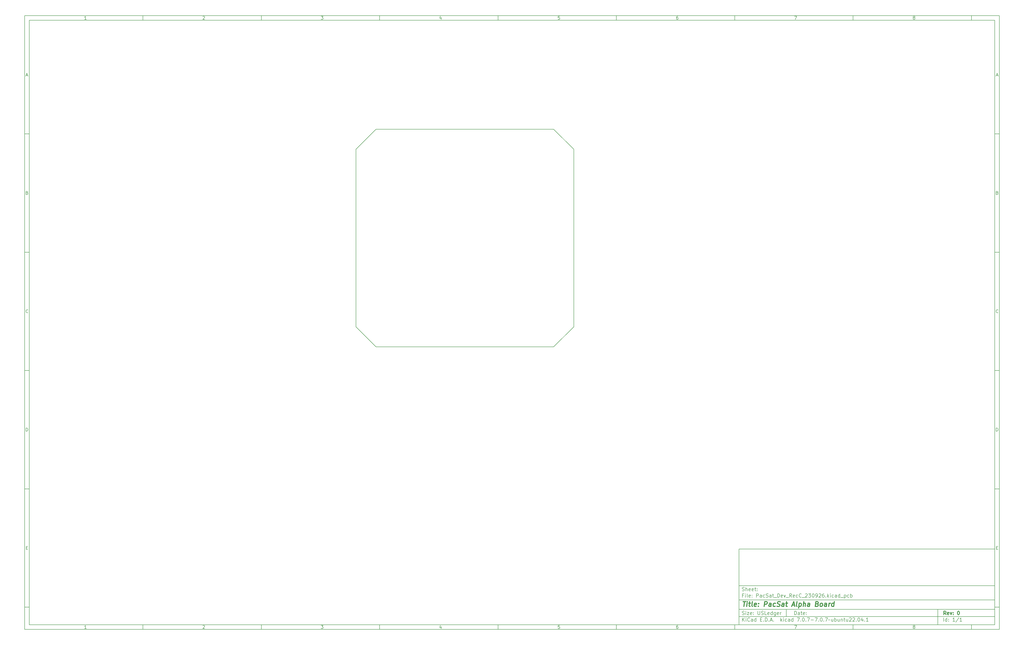
<source format=gbr>
%TF.GenerationSoftware,KiCad,Pcbnew,7.0.7-7.0.7~ubuntu22.04.1*%
%TF.CreationDate,2023-10-03T20:17:37-05:00*%
%TF.ProjectId,PacSat_Dev_RecC_230926,50616353-6174-45f4-9465-765f52656343,0*%
%TF.SameCoordinates,Original*%
%TF.FileFunction,Profile,NP*%
%FSLAX46Y46*%
G04 Gerber Fmt 4.6, Leading zero omitted, Abs format (unit mm)*
G04 Created by KiCad (PCBNEW 7.0.7-7.0.7~ubuntu22.04.1) date 2023-10-03 20:17:37*
%MOMM*%
%LPD*%
G01*
G04 APERTURE LIST*
%ADD10C,0.100000*%
%ADD11C,0.150000*%
%ADD12C,0.300000*%
%ADD13C,0.400000*%
%TA.AperFunction,Profile*%
%ADD14C,0.150000*%
%TD*%
G04 APERTURE END LIST*
D10*
D11*
X311800000Y-235400000D02*
X419800000Y-235400000D01*
X419800000Y-267400000D01*
X311800000Y-267400000D01*
X311800000Y-235400000D01*
D10*
D11*
X10000000Y-10000000D02*
X421800000Y-10000000D01*
X421800000Y-269400000D01*
X10000000Y-269400000D01*
X10000000Y-10000000D01*
D10*
D11*
X12000000Y-12000000D02*
X419800000Y-12000000D01*
X419800000Y-267400000D01*
X12000000Y-267400000D01*
X12000000Y-12000000D01*
D10*
D11*
X60000000Y-12000000D02*
X60000000Y-10000000D01*
D10*
D11*
X110000000Y-12000000D02*
X110000000Y-10000000D01*
D10*
D11*
X160000000Y-12000000D02*
X160000000Y-10000000D01*
D10*
D11*
X210000000Y-12000000D02*
X210000000Y-10000000D01*
D10*
D11*
X260000000Y-12000000D02*
X260000000Y-10000000D01*
D10*
D11*
X310000000Y-12000000D02*
X310000000Y-10000000D01*
D10*
D11*
X360000000Y-12000000D02*
X360000000Y-10000000D01*
D10*
D11*
X410000000Y-12000000D02*
X410000000Y-10000000D01*
D10*
D11*
X36089160Y-11593604D02*
X35346303Y-11593604D01*
X35717731Y-11593604D02*
X35717731Y-10293604D01*
X35717731Y-10293604D02*
X35593922Y-10479319D01*
X35593922Y-10479319D02*
X35470112Y-10603128D01*
X35470112Y-10603128D02*
X35346303Y-10665033D01*
D10*
D11*
X85346303Y-10417414D02*
X85408207Y-10355509D01*
X85408207Y-10355509D02*
X85532017Y-10293604D01*
X85532017Y-10293604D02*
X85841541Y-10293604D01*
X85841541Y-10293604D02*
X85965350Y-10355509D01*
X85965350Y-10355509D02*
X86027255Y-10417414D01*
X86027255Y-10417414D02*
X86089160Y-10541223D01*
X86089160Y-10541223D02*
X86089160Y-10665033D01*
X86089160Y-10665033D02*
X86027255Y-10850747D01*
X86027255Y-10850747D02*
X85284398Y-11593604D01*
X85284398Y-11593604D02*
X86089160Y-11593604D01*
D10*
D11*
X135284398Y-10293604D02*
X136089160Y-10293604D01*
X136089160Y-10293604D02*
X135655826Y-10788842D01*
X135655826Y-10788842D02*
X135841541Y-10788842D01*
X135841541Y-10788842D02*
X135965350Y-10850747D01*
X135965350Y-10850747D02*
X136027255Y-10912652D01*
X136027255Y-10912652D02*
X136089160Y-11036461D01*
X136089160Y-11036461D02*
X136089160Y-11345985D01*
X136089160Y-11345985D02*
X136027255Y-11469795D01*
X136027255Y-11469795D02*
X135965350Y-11531700D01*
X135965350Y-11531700D02*
X135841541Y-11593604D01*
X135841541Y-11593604D02*
X135470112Y-11593604D01*
X135470112Y-11593604D02*
X135346303Y-11531700D01*
X135346303Y-11531700D02*
X135284398Y-11469795D01*
D10*
D11*
X185965350Y-10726938D02*
X185965350Y-11593604D01*
X185655826Y-10231700D02*
X185346303Y-11160271D01*
X185346303Y-11160271D02*
X186151064Y-11160271D01*
D10*
D11*
X236027255Y-10293604D02*
X235408207Y-10293604D01*
X235408207Y-10293604D02*
X235346303Y-10912652D01*
X235346303Y-10912652D02*
X235408207Y-10850747D01*
X235408207Y-10850747D02*
X235532017Y-10788842D01*
X235532017Y-10788842D02*
X235841541Y-10788842D01*
X235841541Y-10788842D02*
X235965350Y-10850747D01*
X235965350Y-10850747D02*
X236027255Y-10912652D01*
X236027255Y-10912652D02*
X236089160Y-11036461D01*
X236089160Y-11036461D02*
X236089160Y-11345985D01*
X236089160Y-11345985D02*
X236027255Y-11469795D01*
X236027255Y-11469795D02*
X235965350Y-11531700D01*
X235965350Y-11531700D02*
X235841541Y-11593604D01*
X235841541Y-11593604D02*
X235532017Y-11593604D01*
X235532017Y-11593604D02*
X235408207Y-11531700D01*
X235408207Y-11531700D02*
X235346303Y-11469795D01*
D10*
D11*
X285965350Y-10293604D02*
X285717731Y-10293604D01*
X285717731Y-10293604D02*
X285593922Y-10355509D01*
X285593922Y-10355509D02*
X285532017Y-10417414D01*
X285532017Y-10417414D02*
X285408207Y-10603128D01*
X285408207Y-10603128D02*
X285346303Y-10850747D01*
X285346303Y-10850747D02*
X285346303Y-11345985D01*
X285346303Y-11345985D02*
X285408207Y-11469795D01*
X285408207Y-11469795D02*
X285470112Y-11531700D01*
X285470112Y-11531700D02*
X285593922Y-11593604D01*
X285593922Y-11593604D02*
X285841541Y-11593604D01*
X285841541Y-11593604D02*
X285965350Y-11531700D01*
X285965350Y-11531700D02*
X286027255Y-11469795D01*
X286027255Y-11469795D02*
X286089160Y-11345985D01*
X286089160Y-11345985D02*
X286089160Y-11036461D01*
X286089160Y-11036461D02*
X286027255Y-10912652D01*
X286027255Y-10912652D02*
X285965350Y-10850747D01*
X285965350Y-10850747D02*
X285841541Y-10788842D01*
X285841541Y-10788842D02*
X285593922Y-10788842D01*
X285593922Y-10788842D02*
X285470112Y-10850747D01*
X285470112Y-10850747D02*
X285408207Y-10912652D01*
X285408207Y-10912652D02*
X285346303Y-11036461D01*
D10*
D11*
X335284398Y-10293604D02*
X336151064Y-10293604D01*
X336151064Y-10293604D02*
X335593922Y-11593604D01*
D10*
D11*
X385593922Y-10850747D02*
X385470112Y-10788842D01*
X385470112Y-10788842D02*
X385408207Y-10726938D01*
X385408207Y-10726938D02*
X385346303Y-10603128D01*
X385346303Y-10603128D02*
X385346303Y-10541223D01*
X385346303Y-10541223D02*
X385408207Y-10417414D01*
X385408207Y-10417414D02*
X385470112Y-10355509D01*
X385470112Y-10355509D02*
X385593922Y-10293604D01*
X385593922Y-10293604D02*
X385841541Y-10293604D01*
X385841541Y-10293604D02*
X385965350Y-10355509D01*
X385965350Y-10355509D02*
X386027255Y-10417414D01*
X386027255Y-10417414D02*
X386089160Y-10541223D01*
X386089160Y-10541223D02*
X386089160Y-10603128D01*
X386089160Y-10603128D02*
X386027255Y-10726938D01*
X386027255Y-10726938D02*
X385965350Y-10788842D01*
X385965350Y-10788842D02*
X385841541Y-10850747D01*
X385841541Y-10850747D02*
X385593922Y-10850747D01*
X385593922Y-10850747D02*
X385470112Y-10912652D01*
X385470112Y-10912652D02*
X385408207Y-10974557D01*
X385408207Y-10974557D02*
X385346303Y-11098366D01*
X385346303Y-11098366D02*
X385346303Y-11345985D01*
X385346303Y-11345985D02*
X385408207Y-11469795D01*
X385408207Y-11469795D02*
X385470112Y-11531700D01*
X385470112Y-11531700D02*
X385593922Y-11593604D01*
X385593922Y-11593604D02*
X385841541Y-11593604D01*
X385841541Y-11593604D02*
X385965350Y-11531700D01*
X385965350Y-11531700D02*
X386027255Y-11469795D01*
X386027255Y-11469795D02*
X386089160Y-11345985D01*
X386089160Y-11345985D02*
X386089160Y-11098366D01*
X386089160Y-11098366D02*
X386027255Y-10974557D01*
X386027255Y-10974557D02*
X385965350Y-10912652D01*
X385965350Y-10912652D02*
X385841541Y-10850747D01*
D10*
D11*
X60000000Y-267400000D02*
X60000000Y-269400000D01*
D10*
D11*
X110000000Y-267400000D02*
X110000000Y-269400000D01*
D10*
D11*
X160000000Y-267400000D02*
X160000000Y-269400000D01*
D10*
D11*
X210000000Y-267400000D02*
X210000000Y-269400000D01*
D10*
D11*
X260000000Y-267400000D02*
X260000000Y-269400000D01*
D10*
D11*
X310000000Y-267400000D02*
X310000000Y-269400000D01*
D10*
D11*
X360000000Y-267400000D02*
X360000000Y-269400000D01*
D10*
D11*
X410000000Y-267400000D02*
X410000000Y-269400000D01*
D10*
D11*
X36089160Y-268993604D02*
X35346303Y-268993604D01*
X35717731Y-268993604D02*
X35717731Y-267693604D01*
X35717731Y-267693604D02*
X35593922Y-267879319D01*
X35593922Y-267879319D02*
X35470112Y-268003128D01*
X35470112Y-268003128D02*
X35346303Y-268065033D01*
D10*
D11*
X85346303Y-267817414D02*
X85408207Y-267755509D01*
X85408207Y-267755509D02*
X85532017Y-267693604D01*
X85532017Y-267693604D02*
X85841541Y-267693604D01*
X85841541Y-267693604D02*
X85965350Y-267755509D01*
X85965350Y-267755509D02*
X86027255Y-267817414D01*
X86027255Y-267817414D02*
X86089160Y-267941223D01*
X86089160Y-267941223D02*
X86089160Y-268065033D01*
X86089160Y-268065033D02*
X86027255Y-268250747D01*
X86027255Y-268250747D02*
X85284398Y-268993604D01*
X85284398Y-268993604D02*
X86089160Y-268993604D01*
D10*
D11*
X135284398Y-267693604D02*
X136089160Y-267693604D01*
X136089160Y-267693604D02*
X135655826Y-268188842D01*
X135655826Y-268188842D02*
X135841541Y-268188842D01*
X135841541Y-268188842D02*
X135965350Y-268250747D01*
X135965350Y-268250747D02*
X136027255Y-268312652D01*
X136027255Y-268312652D02*
X136089160Y-268436461D01*
X136089160Y-268436461D02*
X136089160Y-268745985D01*
X136089160Y-268745985D02*
X136027255Y-268869795D01*
X136027255Y-268869795D02*
X135965350Y-268931700D01*
X135965350Y-268931700D02*
X135841541Y-268993604D01*
X135841541Y-268993604D02*
X135470112Y-268993604D01*
X135470112Y-268993604D02*
X135346303Y-268931700D01*
X135346303Y-268931700D02*
X135284398Y-268869795D01*
D10*
D11*
X185965350Y-268126938D02*
X185965350Y-268993604D01*
X185655826Y-267631700D02*
X185346303Y-268560271D01*
X185346303Y-268560271D02*
X186151064Y-268560271D01*
D10*
D11*
X236027255Y-267693604D02*
X235408207Y-267693604D01*
X235408207Y-267693604D02*
X235346303Y-268312652D01*
X235346303Y-268312652D02*
X235408207Y-268250747D01*
X235408207Y-268250747D02*
X235532017Y-268188842D01*
X235532017Y-268188842D02*
X235841541Y-268188842D01*
X235841541Y-268188842D02*
X235965350Y-268250747D01*
X235965350Y-268250747D02*
X236027255Y-268312652D01*
X236027255Y-268312652D02*
X236089160Y-268436461D01*
X236089160Y-268436461D02*
X236089160Y-268745985D01*
X236089160Y-268745985D02*
X236027255Y-268869795D01*
X236027255Y-268869795D02*
X235965350Y-268931700D01*
X235965350Y-268931700D02*
X235841541Y-268993604D01*
X235841541Y-268993604D02*
X235532017Y-268993604D01*
X235532017Y-268993604D02*
X235408207Y-268931700D01*
X235408207Y-268931700D02*
X235346303Y-268869795D01*
D10*
D11*
X285965350Y-267693604D02*
X285717731Y-267693604D01*
X285717731Y-267693604D02*
X285593922Y-267755509D01*
X285593922Y-267755509D02*
X285532017Y-267817414D01*
X285532017Y-267817414D02*
X285408207Y-268003128D01*
X285408207Y-268003128D02*
X285346303Y-268250747D01*
X285346303Y-268250747D02*
X285346303Y-268745985D01*
X285346303Y-268745985D02*
X285408207Y-268869795D01*
X285408207Y-268869795D02*
X285470112Y-268931700D01*
X285470112Y-268931700D02*
X285593922Y-268993604D01*
X285593922Y-268993604D02*
X285841541Y-268993604D01*
X285841541Y-268993604D02*
X285965350Y-268931700D01*
X285965350Y-268931700D02*
X286027255Y-268869795D01*
X286027255Y-268869795D02*
X286089160Y-268745985D01*
X286089160Y-268745985D02*
X286089160Y-268436461D01*
X286089160Y-268436461D02*
X286027255Y-268312652D01*
X286027255Y-268312652D02*
X285965350Y-268250747D01*
X285965350Y-268250747D02*
X285841541Y-268188842D01*
X285841541Y-268188842D02*
X285593922Y-268188842D01*
X285593922Y-268188842D02*
X285470112Y-268250747D01*
X285470112Y-268250747D02*
X285408207Y-268312652D01*
X285408207Y-268312652D02*
X285346303Y-268436461D01*
D10*
D11*
X335284398Y-267693604D02*
X336151064Y-267693604D01*
X336151064Y-267693604D02*
X335593922Y-268993604D01*
D10*
D11*
X385593922Y-268250747D02*
X385470112Y-268188842D01*
X385470112Y-268188842D02*
X385408207Y-268126938D01*
X385408207Y-268126938D02*
X385346303Y-268003128D01*
X385346303Y-268003128D02*
X385346303Y-267941223D01*
X385346303Y-267941223D02*
X385408207Y-267817414D01*
X385408207Y-267817414D02*
X385470112Y-267755509D01*
X385470112Y-267755509D02*
X385593922Y-267693604D01*
X385593922Y-267693604D02*
X385841541Y-267693604D01*
X385841541Y-267693604D02*
X385965350Y-267755509D01*
X385965350Y-267755509D02*
X386027255Y-267817414D01*
X386027255Y-267817414D02*
X386089160Y-267941223D01*
X386089160Y-267941223D02*
X386089160Y-268003128D01*
X386089160Y-268003128D02*
X386027255Y-268126938D01*
X386027255Y-268126938D02*
X385965350Y-268188842D01*
X385965350Y-268188842D02*
X385841541Y-268250747D01*
X385841541Y-268250747D02*
X385593922Y-268250747D01*
X385593922Y-268250747D02*
X385470112Y-268312652D01*
X385470112Y-268312652D02*
X385408207Y-268374557D01*
X385408207Y-268374557D02*
X385346303Y-268498366D01*
X385346303Y-268498366D02*
X385346303Y-268745985D01*
X385346303Y-268745985D02*
X385408207Y-268869795D01*
X385408207Y-268869795D02*
X385470112Y-268931700D01*
X385470112Y-268931700D02*
X385593922Y-268993604D01*
X385593922Y-268993604D02*
X385841541Y-268993604D01*
X385841541Y-268993604D02*
X385965350Y-268931700D01*
X385965350Y-268931700D02*
X386027255Y-268869795D01*
X386027255Y-268869795D02*
X386089160Y-268745985D01*
X386089160Y-268745985D02*
X386089160Y-268498366D01*
X386089160Y-268498366D02*
X386027255Y-268374557D01*
X386027255Y-268374557D02*
X385965350Y-268312652D01*
X385965350Y-268312652D02*
X385841541Y-268250747D01*
D10*
D11*
X10000000Y-60000000D02*
X12000000Y-60000000D01*
D10*
D11*
X10000000Y-110000000D02*
X12000000Y-110000000D01*
D10*
D11*
X10000000Y-160000000D02*
X12000000Y-160000000D01*
D10*
D11*
X10000000Y-210000000D02*
X12000000Y-210000000D01*
D10*
D11*
X10000000Y-260000000D02*
X12000000Y-260000000D01*
D10*
D11*
X10690476Y-35222176D02*
X11309523Y-35222176D01*
X10566666Y-35593604D02*
X10999999Y-34293604D01*
X10999999Y-34293604D02*
X11433333Y-35593604D01*
D10*
D11*
X11092857Y-84912652D02*
X11278571Y-84974557D01*
X11278571Y-84974557D02*
X11340476Y-85036461D01*
X11340476Y-85036461D02*
X11402380Y-85160271D01*
X11402380Y-85160271D02*
X11402380Y-85345985D01*
X11402380Y-85345985D02*
X11340476Y-85469795D01*
X11340476Y-85469795D02*
X11278571Y-85531700D01*
X11278571Y-85531700D02*
X11154761Y-85593604D01*
X11154761Y-85593604D02*
X10659523Y-85593604D01*
X10659523Y-85593604D02*
X10659523Y-84293604D01*
X10659523Y-84293604D02*
X11092857Y-84293604D01*
X11092857Y-84293604D02*
X11216666Y-84355509D01*
X11216666Y-84355509D02*
X11278571Y-84417414D01*
X11278571Y-84417414D02*
X11340476Y-84541223D01*
X11340476Y-84541223D02*
X11340476Y-84665033D01*
X11340476Y-84665033D02*
X11278571Y-84788842D01*
X11278571Y-84788842D02*
X11216666Y-84850747D01*
X11216666Y-84850747D02*
X11092857Y-84912652D01*
X11092857Y-84912652D02*
X10659523Y-84912652D01*
D10*
D11*
X11402380Y-135469795D02*
X11340476Y-135531700D01*
X11340476Y-135531700D02*
X11154761Y-135593604D01*
X11154761Y-135593604D02*
X11030952Y-135593604D01*
X11030952Y-135593604D02*
X10845238Y-135531700D01*
X10845238Y-135531700D02*
X10721428Y-135407890D01*
X10721428Y-135407890D02*
X10659523Y-135284080D01*
X10659523Y-135284080D02*
X10597619Y-135036461D01*
X10597619Y-135036461D02*
X10597619Y-134850747D01*
X10597619Y-134850747D02*
X10659523Y-134603128D01*
X10659523Y-134603128D02*
X10721428Y-134479319D01*
X10721428Y-134479319D02*
X10845238Y-134355509D01*
X10845238Y-134355509D02*
X11030952Y-134293604D01*
X11030952Y-134293604D02*
X11154761Y-134293604D01*
X11154761Y-134293604D02*
X11340476Y-134355509D01*
X11340476Y-134355509D02*
X11402380Y-134417414D01*
D10*
D11*
X10659523Y-185593604D02*
X10659523Y-184293604D01*
X10659523Y-184293604D02*
X10969047Y-184293604D01*
X10969047Y-184293604D02*
X11154761Y-184355509D01*
X11154761Y-184355509D02*
X11278571Y-184479319D01*
X11278571Y-184479319D02*
X11340476Y-184603128D01*
X11340476Y-184603128D02*
X11402380Y-184850747D01*
X11402380Y-184850747D02*
X11402380Y-185036461D01*
X11402380Y-185036461D02*
X11340476Y-185284080D01*
X11340476Y-185284080D02*
X11278571Y-185407890D01*
X11278571Y-185407890D02*
X11154761Y-185531700D01*
X11154761Y-185531700D02*
X10969047Y-185593604D01*
X10969047Y-185593604D02*
X10659523Y-185593604D01*
D10*
D11*
X10721428Y-234912652D02*
X11154762Y-234912652D01*
X11340476Y-235593604D02*
X10721428Y-235593604D01*
X10721428Y-235593604D02*
X10721428Y-234293604D01*
X10721428Y-234293604D02*
X11340476Y-234293604D01*
D10*
D11*
X421800000Y-60000000D02*
X419800000Y-60000000D01*
D10*
D11*
X421800000Y-110000000D02*
X419800000Y-110000000D01*
D10*
D11*
X421800000Y-160000000D02*
X419800000Y-160000000D01*
D10*
D11*
X421800000Y-210000000D02*
X419800000Y-210000000D01*
D10*
D11*
X421800000Y-260000000D02*
X419800000Y-260000000D01*
D10*
D11*
X420490476Y-35222176D02*
X421109523Y-35222176D01*
X420366666Y-35593604D02*
X420799999Y-34293604D01*
X420799999Y-34293604D02*
X421233333Y-35593604D01*
D10*
D11*
X420892857Y-84912652D02*
X421078571Y-84974557D01*
X421078571Y-84974557D02*
X421140476Y-85036461D01*
X421140476Y-85036461D02*
X421202380Y-85160271D01*
X421202380Y-85160271D02*
X421202380Y-85345985D01*
X421202380Y-85345985D02*
X421140476Y-85469795D01*
X421140476Y-85469795D02*
X421078571Y-85531700D01*
X421078571Y-85531700D02*
X420954761Y-85593604D01*
X420954761Y-85593604D02*
X420459523Y-85593604D01*
X420459523Y-85593604D02*
X420459523Y-84293604D01*
X420459523Y-84293604D02*
X420892857Y-84293604D01*
X420892857Y-84293604D02*
X421016666Y-84355509D01*
X421016666Y-84355509D02*
X421078571Y-84417414D01*
X421078571Y-84417414D02*
X421140476Y-84541223D01*
X421140476Y-84541223D02*
X421140476Y-84665033D01*
X421140476Y-84665033D02*
X421078571Y-84788842D01*
X421078571Y-84788842D02*
X421016666Y-84850747D01*
X421016666Y-84850747D02*
X420892857Y-84912652D01*
X420892857Y-84912652D02*
X420459523Y-84912652D01*
D10*
D11*
X421202380Y-135469795D02*
X421140476Y-135531700D01*
X421140476Y-135531700D02*
X420954761Y-135593604D01*
X420954761Y-135593604D02*
X420830952Y-135593604D01*
X420830952Y-135593604D02*
X420645238Y-135531700D01*
X420645238Y-135531700D02*
X420521428Y-135407890D01*
X420521428Y-135407890D02*
X420459523Y-135284080D01*
X420459523Y-135284080D02*
X420397619Y-135036461D01*
X420397619Y-135036461D02*
X420397619Y-134850747D01*
X420397619Y-134850747D02*
X420459523Y-134603128D01*
X420459523Y-134603128D02*
X420521428Y-134479319D01*
X420521428Y-134479319D02*
X420645238Y-134355509D01*
X420645238Y-134355509D02*
X420830952Y-134293604D01*
X420830952Y-134293604D02*
X420954761Y-134293604D01*
X420954761Y-134293604D02*
X421140476Y-134355509D01*
X421140476Y-134355509D02*
X421202380Y-134417414D01*
D10*
D11*
X420459523Y-185593604D02*
X420459523Y-184293604D01*
X420459523Y-184293604D02*
X420769047Y-184293604D01*
X420769047Y-184293604D02*
X420954761Y-184355509D01*
X420954761Y-184355509D02*
X421078571Y-184479319D01*
X421078571Y-184479319D02*
X421140476Y-184603128D01*
X421140476Y-184603128D02*
X421202380Y-184850747D01*
X421202380Y-184850747D02*
X421202380Y-185036461D01*
X421202380Y-185036461D02*
X421140476Y-185284080D01*
X421140476Y-185284080D02*
X421078571Y-185407890D01*
X421078571Y-185407890D02*
X420954761Y-185531700D01*
X420954761Y-185531700D02*
X420769047Y-185593604D01*
X420769047Y-185593604D02*
X420459523Y-185593604D01*
D10*
D11*
X420521428Y-234912652D02*
X420954762Y-234912652D01*
X421140476Y-235593604D02*
X420521428Y-235593604D01*
X420521428Y-235593604D02*
X420521428Y-234293604D01*
X420521428Y-234293604D02*
X421140476Y-234293604D01*
D10*
D11*
X335255826Y-263186128D02*
X335255826Y-261686128D01*
X335255826Y-261686128D02*
X335612969Y-261686128D01*
X335612969Y-261686128D02*
X335827255Y-261757557D01*
X335827255Y-261757557D02*
X335970112Y-261900414D01*
X335970112Y-261900414D02*
X336041541Y-262043271D01*
X336041541Y-262043271D02*
X336112969Y-262328985D01*
X336112969Y-262328985D02*
X336112969Y-262543271D01*
X336112969Y-262543271D02*
X336041541Y-262828985D01*
X336041541Y-262828985D02*
X335970112Y-262971842D01*
X335970112Y-262971842D02*
X335827255Y-263114700D01*
X335827255Y-263114700D02*
X335612969Y-263186128D01*
X335612969Y-263186128D02*
X335255826Y-263186128D01*
X337398684Y-263186128D02*
X337398684Y-262400414D01*
X337398684Y-262400414D02*
X337327255Y-262257557D01*
X337327255Y-262257557D02*
X337184398Y-262186128D01*
X337184398Y-262186128D02*
X336898684Y-262186128D01*
X336898684Y-262186128D02*
X336755826Y-262257557D01*
X337398684Y-263114700D02*
X337255826Y-263186128D01*
X337255826Y-263186128D02*
X336898684Y-263186128D01*
X336898684Y-263186128D02*
X336755826Y-263114700D01*
X336755826Y-263114700D02*
X336684398Y-262971842D01*
X336684398Y-262971842D02*
X336684398Y-262828985D01*
X336684398Y-262828985D02*
X336755826Y-262686128D01*
X336755826Y-262686128D02*
X336898684Y-262614700D01*
X336898684Y-262614700D02*
X337255826Y-262614700D01*
X337255826Y-262614700D02*
X337398684Y-262543271D01*
X337898684Y-262186128D02*
X338470112Y-262186128D01*
X338112969Y-261686128D02*
X338112969Y-262971842D01*
X338112969Y-262971842D02*
X338184398Y-263114700D01*
X338184398Y-263114700D02*
X338327255Y-263186128D01*
X338327255Y-263186128D02*
X338470112Y-263186128D01*
X339541541Y-263114700D02*
X339398684Y-263186128D01*
X339398684Y-263186128D02*
X339112970Y-263186128D01*
X339112970Y-263186128D02*
X338970112Y-263114700D01*
X338970112Y-263114700D02*
X338898684Y-262971842D01*
X338898684Y-262971842D02*
X338898684Y-262400414D01*
X338898684Y-262400414D02*
X338970112Y-262257557D01*
X338970112Y-262257557D02*
X339112970Y-262186128D01*
X339112970Y-262186128D02*
X339398684Y-262186128D01*
X339398684Y-262186128D02*
X339541541Y-262257557D01*
X339541541Y-262257557D02*
X339612970Y-262400414D01*
X339612970Y-262400414D02*
X339612970Y-262543271D01*
X339612970Y-262543271D02*
X338898684Y-262686128D01*
X340255826Y-263043271D02*
X340327255Y-263114700D01*
X340327255Y-263114700D02*
X340255826Y-263186128D01*
X340255826Y-263186128D02*
X340184398Y-263114700D01*
X340184398Y-263114700D02*
X340255826Y-263043271D01*
X340255826Y-263043271D02*
X340255826Y-263186128D01*
X340255826Y-262257557D02*
X340327255Y-262328985D01*
X340327255Y-262328985D02*
X340255826Y-262400414D01*
X340255826Y-262400414D02*
X340184398Y-262328985D01*
X340184398Y-262328985D02*
X340255826Y-262257557D01*
X340255826Y-262257557D02*
X340255826Y-262400414D01*
D10*
D11*
X311800000Y-263900000D02*
X419800000Y-263900000D01*
D10*
D11*
X313255826Y-265986128D02*
X313255826Y-264486128D01*
X314112969Y-265986128D02*
X313470112Y-265128985D01*
X314112969Y-264486128D02*
X313255826Y-265343271D01*
X314755826Y-265986128D02*
X314755826Y-264986128D01*
X314755826Y-264486128D02*
X314684398Y-264557557D01*
X314684398Y-264557557D02*
X314755826Y-264628985D01*
X314755826Y-264628985D02*
X314827255Y-264557557D01*
X314827255Y-264557557D02*
X314755826Y-264486128D01*
X314755826Y-264486128D02*
X314755826Y-264628985D01*
X316327255Y-265843271D02*
X316255827Y-265914700D01*
X316255827Y-265914700D02*
X316041541Y-265986128D01*
X316041541Y-265986128D02*
X315898684Y-265986128D01*
X315898684Y-265986128D02*
X315684398Y-265914700D01*
X315684398Y-265914700D02*
X315541541Y-265771842D01*
X315541541Y-265771842D02*
X315470112Y-265628985D01*
X315470112Y-265628985D02*
X315398684Y-265343271D01*
X315398684Y-265343271D02*
X315398684Y-265128985D01*
X315398684Y-265128985D02*
X315470112Y-264843271D01*
X315470112Y-264843271D02*
X315541541Y-264700414D01*
X315541541Y-264700414D02*
X315684398Y-264557557D01*
X315684398Y-264557557D02*
X315898684Y-264486128D01*
X315898684Y-264486128D02*
X316041541Y-264486128D01*
X316041541Y-264486128D02*
X316255827Y-264557557D01*
X316255827Y-264557557D02*
X316327255Y-264628985D01*
X317612970Y-265986128D02*
X317612970Y-265200414D01*
X317612970Y-265200414D02*
X317541541Y-265057557D01*
X317541541Y-265057557D02*
X317398684Y-264986128D01*
X317398684Y-264986128D02*
X317112970Y-264986128D01*
X317112970Y-264986128D02*
X316970112Y-265057557D01*
X317612970Y-265914700D02*
X317470112Y-265986128D01*
X317470112Y-265986128D02*
X317112970Y-265986128D01*
X317112970Y-265986128D02*
X316970112Y-265914700D01*
X316970112Y-265914700D02*
X316898684Y-265771842D01*
X316898684Y-265771842D02*
X316898684Y-265628985D01*
X316898684Y-265628985D02*
X316970112Y-265486128D01*
X316970112Y-265486128D02*
X317112970Y-265414700D01*
X317112970Y-265414700D02*
X317470112Y-265414700D01*
X317470112Y-265414700D02*
X317612970Y-265343271D01*
X318970113Y-265986128D02*
X318970113Y-264486128D01*
X318970113Y-265914700D02*
X318827255Y-265986128D01*
X318827255Y-265986128D02*
X318541541Y-265986128D01*
X318541541Y-265986128D02*
X318398684Y-265914700D01*
X318398684Y-265914700D02*
X318327255Y-265843271D01*
X318327255Y-265843271D02*
X318255827Y-265700414D01*
X318255827Y-265700414D02*
X318255827Y-265271842D01*
X318255827Y-265271842D02*
X318327255Y-265128985D01*
X318327255Y-265128985D02*
X318398684Y-265057557D01*
X318398684Y-265057557D02*
X318541541Y-264986128D01*
X318541541Y-264986128D02*
X318827255Y-264986128D01*
X318827255Y-264986128D02*
X318970113Y-265057557D01*
X320827255Y-265200414D02*
X321327255Y-265200414D01*
X321541541Y-265986128D02*
X320827255Y-265986128D01*
X320827255Y-265986128D02*
X320827255Y-264486128D01*
X320827255Y-264486128D02*
X321541541Y-264486128D01*
X322184398Y-265843271D02*
X322255827Y-265914700D01*
X322255827Y-265914700D02*
X322184398Y-265986128D01*
X322184398Y-265986128D02*
X322112970Y-265914700D01*
X322112970Y-265914700D02*
X322184398Y-265843271D01*
X322184398Y-265843271D02*
X322184398Y-265986128D01*
X322898684Y-265986128D02*
X322898684Y-264486128D01*
X322898684Y-264486128D02*
X323255827Y-264486128D01*
X323255827Y-264486128D02*
X323470113Y-264557557D01*
X323470113Y-264557557D02*
X323612970Y-264700414D01*
X323612970Y-264700414D02*
X323684399Y-264843271D01*
X323684399Y-264843271D02*
X323755827Y-265128985D01*
X323755827Y-265128985D02*
X323755827Y-265343271D01*
X323755827Y-265343271D02*
X323684399Y-265628985D01*
X323684399Y-265628985D02*
X323612970Y-265771842D01*
X323612970Y-265771842D02*
X323470113Y-265914700D01*
X323470113Y-265914700D02*
X323255827Y-265986128D01*
X323255827Y-265986128D02*
X322898684Y-265986128D01*
X324398684Y-265843271D02*
X324470113Y-265914700D01*
X324470113Y-265914700D02*
X324398684Y-265986128D01*
X324398684Y-265986128D02*
X324327256Y-265914700D01*
X324327256Y-265914700D02*
X324398684Y-265843271D01*
X324398684Y-265843271D02*
X324398684Y-265986128D01*
X325041542Y-265557557D02*
X325755828Y-265557557D01*
X324898685Y-265986128D02*
X325398685Y-264486128D01*
X325398685Y-264486128D02*
X325898685Y-265986128D01*
X326398684Y-265843271D02*
X326470113Y-265914700D01*
X326470113Y-265914700D02*
X326398684Y-265986128D01*
X326398684Y-265986128D02*
X326327256Y-265914700D01*
X326327256Y-265914700D02*
X326398684Y-265843271D01*
X326398684Y-265843271D02*
X326398684Y-265986128D01*
X329398684Y-265986128D02*
X329398684Y-264486128D01*
X329541542Y-265414700D02*
X329970113Y-265986128D01*
X329970113Y-264986128D02*
X329398684Y-265557557D01*
X330612970Y-265986128D02*
X330612970Y-264986128D01*
X330612970Y-264486128D02*
X330541542Y-264557557D01*
X330541542Y-264557557D02*
X330612970Y-264628985D01*
X330612970Y-264628985D02*
X330684399Y-264557557D01*
X330684399Y-264557557D02*
X330612970Y-264486128D01*
X330612970Y-264486128D02*
X330612970Y-264628985D01*
X331970114Y-265914700D02*
X331827256Y-265986128D01*
X331827256Y-265986128D02*
X331541542Y-265986128D01*
X331541542Y-265986128D02*
X331398685Y-265914700D01*
X331398685Y-265914700D02*
X331327256Y-265843271D01*
X331327256Y-265843271D02*
X331255828Y-265700414D01*
X331255828Y-265700414D02*
X331255828Y-265271842D01*
X331255828Y-265271842D02*
X331327256Y-265128985D01*
X331327256Y-265128985D02*
X331398685Y-265057557D01*
X331398685Y-265057557D02*
X331541542Y-264986128D01*
X331541542Y-264986128D02*
X331827256Y-264986128D01*
X331827256Y-264986128D02*
X331970114Y-265057557D01*
X333255828Y-265986128D02*
X333255828Y-265200414D01*
X333255828Y-265200414D02*
X333184399Y-265057557D01*
X333184399Y-265057557D02*
X333041542Y-264986128D01*
X333041542Y-264986128D02*
X332755828Y-264986128D01*
X332755828Y-264986128D02*
X332612970Y-265057557D01*
X333255828Y-265914700D02*
X333112970Y-265986128D01*
X333112970Y-265986128D02*
X332755828Y-265986128D01*
X332755828Y-265986128D02*
X332612970Y-265914700D01*
X332612970Y-265914700D02*
X332541542Y-265771842D01*
X332541542Y-265771842D02*
X332541542Y-265628985D01*
X332541542Y-265628985D02*
X332612970Y-265486128D01*
X332612970Y-265486128D02*
X332755828Y-265414700D01*
X332755828Y-265414700D02*
X333112970Y-265414700D01*
X333112970Y-265414700D02*
X333255828Y-265343271D01*
X334612971Y-265986128D02*
X334612971Y-264486128D01*
X334612971Y-265914700D02*
X334470113Y-265986128D01*
X334470113Y-265986128D02*
X334184399Y-265986128D01*
X334184399Y-265986128D02*
X334041542Y-265914700D01*
X334041542Y-265914700D02*
X333970113Y-265843271D01*
X333970113Y-265843271D02*
X333898685Y-265700414D01*
X333898685Y-265700414D02*
X333898685Y-265271842D01*
X333898685Y-265271842D02*
X333970113Y-265128985D01*
X333970113Y-265128985D02*
X334041542Y-265057557D01*
X334041542Y-265057557D02*
X334184399Y-264986128D01*
X334184399Y-264986128D02*
X334470113Y-264986128D01*
X334470113Y-264986128D02*
X334612971Y-265057557D01*
X336327256Y-264486128D02*
X337327256Y-264486128D01*
X337327256Y-264486128D02*
X336684399Y-265986128D01*
X337898684Y-265843271D02*
X337970113Y-265914700D01*
X337970113Y-265914700D02*
X337898684Y-265986128D01*
X337898684Y-265986128D02*
X337827256Y-265914700D01*
X337827256Y-265914700D02*
X337898684Y-265843271D01*
X337898684Y-265843271D02*
X337898684Y-265986128D01*
X338898685Y-264486128D02*
X339041542Y-264486128D01*
X339041542Y-264486128D02*
X339184399Y-264557557D01*
X339184399Y-264557557D02*
X339255828Y-264628985D01*
X339255828Y-264628985D02*
X339327256Y-264771842D01*
X339327256Y-264771842D02*
X339398685Y-265057557D01*
X339398685Y-265057557D02*
X339398685Y-265414700D01*
X339398685Y-265414700D02*
X339327256Y-265700414D01*
X339327256Y-265700414D02*
X339255828Y-265843271D01*
X339255828Y-265843271D02*
X339184399Y-265914700D01*
X339184399Y-265914700D02*
X339041542Y-265986128D01*
X339041542Y-265986128D02*
X338898685Y-265986128D01*
X338898685Y-265986128D02*
X338755828Y-265914700D01*
X338755828Y-265914700D02*
X338684399Y-265843271D01*
X338684399Y-265843271D02*
X338612970Y-265700414D01*
X338612970Y-265700414D02*
X338541542Y-265414700D01*
X338541542Y-265414700D02*
X338541542Y-265057557D01*
X338541542Y-265057557D02*
X338612970Y-264771842D01*
X338612970Y-264771842D02*
X338684399Y-264628985D01*
X338684399Y-264628985D02*
X338755828Y-264557557D01*
X338755828Y-264557557D02*
X338898685Y-264486128D01*
X340041541Y-265843271D02*
X340112970Y-265914700D01*
X340112970Y-265914700D02*
X340041541Y-265986128D01*
X340041541Y-265986128D02*
X339970113Y-265914700D01*
X339970113Y-265914700D02*
X340041541Y-265843271D01*
X340041541Y-265843271D02*
X340041541Y-265986128D01*
X340612970Y-264486128D02*
X341612970Y-264486128D01*
X341612970Y-264486128D02*
X340970113Y-265986128D01*
X342184398Y-265414700D02*
X343327256Y-265414700D01*
X343898684Y-264486128D02*
X344898684Y-264486128D01*
X344898684Y-264486128D02*
X344255827Y-265986128D01*
X345470112Y-265843271D02*
X345541541Y-265914700D01*
X345541541Y-265914700D02*
X345470112Y-265986128D01*
X345470112Y-265986128D02*
X345398684Y-265914700D01*
X345398684Y-265914700D02*
X345470112Y-265843271D01*
X345470112Y-265843271D02*
X345470112Y-265986128D01*
X346470113Y-264486128D02*
X346612970Y-264486128D01*
X346612970Y-264486128D02*
X346755827Y-264557557D01*
X346755827Y-264557557D02*
X346827256Y-264628985D01*
X346827256Y-264628985D02*
X346898684Y-264771842D01*
X346898684Y-264771842D02*
X346970113Y-265057557D01*
X346970113Y-265057557D02*
X346970113Y-265414700D01*
X346970113Y-265414700D02*
X346898684Y-265700414D01*
X346898684Y-265700414D02*
X346827256Y-265843271D01*
X346827256Y-265843271D02*
X346755827Y-265914700D01*
X346755827Y-265914700D02*
X346612970Y-265986128D01*
X346612970Y-265986128D02*
X346470113Y-265986128D01*
X346470113Y-265986128D02*
X346327256Y-265914700D01*
X346327256Y-265914700D02*
X346255827Y-265843271D01*
X346255827Y-265843271D02*
X346184398Y-265700414D01*
X346184398Y-265700414D02*
X346112970Y-265414700D01*
X346112970Y-265414700D02*
X346112970Y-265057557D01*
X346112970Y-265057557D02*
X346184398Y-264771842D01*
X346184398Y-264771842D02*
X346255827Y-264628985D01*
X346255827Y-264628985D02*
X346327256Y-264557557D01*
X346327256Y-264557557D02*
X346470113Y-264486128D01*
X347612969Y-265843271D02*
X347684398Y-265914700D01*
X347684398Y-265914700D02*
X347612969Y-265986128D01*
X347612969Y-265986128D02*
X347541541Y-265914700D01*
X347541541Y-265914700D02*
X347612969Y-265843271D01*
X347612969Y-265843271D02*
X347612969Y-265986128D01*
X348184398Y-264486128D02*
X349184398Y-264486128D01*
X349184398Y-264486128D02*
X348541541Y-265986128D01*
X349541541Y-265414700D02*
X349612969Y-265343271D01*
X349612969Y-265343271D02*
X349755826Y-265271842D01*
X349755826Y-265271842D02*
X350041541Y-265414700D01*
X350041541Y-265414700D02*
X350184398Y-265343271D01*
X350184398Y-265343271D02*
X350255826Y-265271842D01*
X351470113Y-264986128D02*
X351470113Y-265986128D01*
X350827255Y-264986128D02*
X350827255Y-265771842D01*
X350827255Y-265771842D02*
X350898684Y-265914700D01*
X350898684Y-265914700D02*
X351041541Y-265986128D01*
X351041541Y-265986128D02*
X351255827Y-265986128D01*
X351255827Y-265986128D02*
X351398684Y-265914700D01*
X351398684Y-265914700D02*
X351470113Y-265843271D01*
X352184398Y-265986128D02*
X352184398Y-264486128D01*
X352184398Y-265057557D02*
X352327256Y-264986128D01*
X352327256Y-264986128D02*
X352612970Y-264986128D01*
X352612970Y-264986128D02*
X352755827Y-265057557D01*
X352755827Y-265057557D02*
X352827256Y-265128985D01*
X352827256Y-265128985D02*
X352898684Y-265271842D01*
X352898684Y-265271842D02*
X352898684Y-265700414D01*
X352898684Y-265700414D02*
X352827256Y-265843271D01*
X352827256Y-265843271D02*
X352755827Y-265914700D01*
X352755827Y-265914700D02*
X352612970Y-265986128D01*
X352612970Y-265986128D02*
X352327256Y-265986128D01*
X352327256Y-265986128D02*
X352184398Y-265914700D01*
X354184399Y-264986128D02*
X354184399Y-265986128D01*
X353541541Y-264986128D02*
X353541541Y-265771842D01*
X353541541Y-265771842D02*
X353612970Y-265914700D01*
X353612970Y-265914700D02*
X353755827Y-265986128D01*
X353755827Y-265986128D02*
X353970113Y-265986128D01*
X353970113Y-265986128D02*
X354112970Y-265914700D01*
X354112970Y-265914700D02*
X354184399Y-265843271D01*
X354898684Y-264986128D02*
X354898684Y-265986128D01*
X354898684Y-265128985D02*
X354970113Y-265057557D01*
X354970113Y-265057557D02*
X355112970Y-264986128D01*
X355112970Y-264986128D02*
X355327256Y-264986128D01*
X355327256Y-264986128D02*
X355470113Y-265057557D01*
X355470113Y-265057557D02*
X355541542Y-265200414D01*
X355541542Y-265200414D02*
X355541542Y-265986128D01*
X356041542Y-264986128D02*
X356612970Y-264986128D01*
X356255827Y-264486128D02*
X356255827Y-265771842D01*
X356255827Y-265771842D02*
X356327256Y-265914700D01*
X356327256Y-265914700D02*
X356470113Y-265986128D01*
X356470113Y-265986128D02*
X356612970Y-265986128D01*
X357755828Y-264986128D02*
X357755828Y-265986128D01*
X357112970Y-264986128D02*
X357112970Y-265771842D01*
X357112970Y-265771842D02*
X357184399Y-265914700D01*
X357184399Y-265914700D02*
X357327256Y-265986128D01*
X357327256Y-265986128D02*
X357541542Y-265986128D01*
X357541542Y-265986128D02*
X357684399Y-265914700D01*
X357684399Y-265914700D02*
X357755828Y-265843271D01*
X358398685Y-264628985D02*
X358470113Y-264557557D01*
X358470113Y-264557557D02*
X358612971Y-264486128D01*
X358612971Y-264486128D02*
X358970113Y-264486128D01*
X358970113Y-264486128D02*
X359112971Y-264557557D01*
X359112971Y-264557557D02*
X359184399Y-264628985D01*
X359184399Y-264628985D02*
X359255828Y-264771842D01*
X359255828Y-264771842D02*
X359255828Y-264914700D01*
X359255828Y-264914700D02*
X359184399Y-265128985D01*
X359184399Y-265128985D02*
X358327256Y-265986128D01*
X358327256Y-265986128D02*
X359255828Y-265986128D01*
X359827256Y-264628985D02*
X359898684Y-264557557D01*
X359898684Y-264557557D02*
X360041542Y-264486128D01*
X360041542Y-264486128D02*
X360398684Y-264486128D01*
X360398684Y-264486128D02*
X360541542Y-264557557D01*
X360541542Y-264557557D02*
X360612970Y-264628985D01*
X360612970Y-264628985D02*
X360684399Y-264771842D01*
X360684399Y-264771842D02*
X360684399Y-264914700D01*
X360684399Y-264914700D02*
X360612970Y-265128985D01*
X360612970Y-265128985D02*
X359755827Y-265986128D01*
X359755827Y-265986128D02*
X360684399Y-265986128D01*
X361327255Y-265843271D02*
X361398684Y-265914700D01*
X361398684Y-265914700D02*
X361327255Y-265986128D01*
X361327255Y-265986128D02*
X361255827Y-265914700D01*
X361255827Y-265914700D02*
X361327255Y-265843271D01*
X361327255Y-265843271D02*
X361327255Y-265986128D01*
X362327256Y-264486128D02*
X362470113Y-264486128D01*
X362470113Y-264486128D02*
X362612970Y-264557557D01*
X362612970Y-264557557D02*
X362684399Y-264628985D01*
X362684399Y-264628985D02*
X362755827Y-264771842D01*
X362755827Y-264771842D02*
X362827256Y-265057557D01*
X362827256Y-265057557D02*
X362827256Y-265414700D01*
X362827256Y-265414700D02*
X362755827Y-265700414D01*
X362755827Y-265700414D02*
X362684399Y-265843271D01*
X362684399Y-265843271D02*
X362612970Y-265914700D01*
X362612970Y-265914700D02*
X362470113Y-265986128D01*
X362470113Y-265986128D02*
X362327256Y-265986128D01*
X362327256Y-265986128D02*
X362184399Y-265914700D01*
X362184399Y-265914700D02*
X362112970Y-265843271D01*
X362112970Y-265843271D02*
X362041541Y-265700414D01*
X362041541Y-265700414D02*
X361970113Y-265414700D01*
X361970113Y-265414700D02*
X361970113Y-265057557D01*
X361970113Y-265057557D02*
X362041541Y-264771842D01*
X362041541Y-264771842D02*
X362112970Y-264628985D01*
X362112970Y-264628985D02*
X362184399Y-264557557D01*
X362184399Y-264557557D02*
X362327256Y-264486128D01*
X364112970Y-264986128D02*
X364112970Y-265986128D01*
X363755827Y-264414700D02*
X363398684Y-265486128D01*
X363398684Y-265486128D02*
X364327255Y-265486128D01*
X364898683Y-265843271D02*
X364970112Y-265914700D01*
X364970112Y-265914700D02*
X364898683Y-265986128D01*
X364898683Y-265986128D02*
X364827255Y-265914700D01*
X364827255Y-265914700D02*
X364898683Y-265843271D01*
X364898683Y-265843271D02*
X364898683Y-265986128D01*
X366398684Y-265986128D02*
X365541541Y-265986128D01*
X365970112Y-265986128D02*
X365970112Y-264486128D01*
X365970112Y-264486128D02*
X365827255Y-264700414D01*
X365827255Y-264700414D02*
X365684398Y-264843271D01*
X365684398Y-264843271D02*
X365541541Y-264914700D01*
D10*
D11*
X311800000Y-260900000D02*
X419800000Y-260900000D01*
D10*
D12*
X399211653Y-263178328D02*
X398711653Y-262464042D01*
X398354510Y-263178328D02*
X398354510Y-261678328D01*
X398354510Y-261678328D02*
X398925939Y-261678328D01*
X398925939Y-261678328D02*
X399068796Y-261749757D01*
X399068796Y-261749757D02*
X399140225Y-261821185D01*
X399140225Y-261821185D02*
X399211653Y-261964042D01*
X399211653Y-261964042D02*
X399211653Y-262178328D01*
X399211653Y-262178328D02*
X399140225Y-262321185D01*
X399140225Y-262321185D02*
X399068796Y-262392614D01*
X399068796Y-262392614D02*
X398925939Y-262464042D01*
X398925939Y-262464042D02*
X398354510Y-262464042D01*
X400425939Y-263106900D02*
X400283082Y-263178328D01*
X400283082Y-263178328D02*
X399997368Y-263178328D01*
X399997368Y-263178328D02*
X399854510Y-263106900D01*
X399854510Y-263106900D02*
X399783082Y-262964042D01*
X399783082Y-262964042D02*
X399783082Y-262392614D01*
X399783082Y-262392614D02*
X399854510Y-262249757D01*
X399854510Y-262249757D02*
X399997368Y-262178328D01*
X399997368Y-262178328D02*
X400283082Y-262178328D01*
X400283082Y-262178328D02*
X400425939Y-262249757D01*
X400425939Y-262249757D02*
X400497368Y-262392614D01*
X400497368Y-262392614D02*
X400497368Y-262535471D01*
X400497368Y-262535471D02*
X399783082Y-262678328D01*
X400997367Y-262178328D02*
X401354510Y-263178328D01*
X401354510Y-263178328D02*
X401711653Y-262178328D01*
X402283081Y-263035471D02*
X402354510Y-263106900D01*
X402354510Y-263106900D02*
X402283081Y-263178328D01*
X402283081Y-263178328D02*
X402211653Y-263106900D01*
X402211653Y-263106900D02*
X402283081Y-263035471D01*
X402283081Y-263035471D02*
X402283081Y-263178328D01*
X402283081Y-262249757D02*
X402354510Y-262321185D01*
X402354510Y-262321185D02*
X402283081Y-262392614D01*
X402283081Y-262392614D02*
X402211653Y-262321185D01*
X402211653Y-262321185D02*
X402283081Y-262249757D01*
X402283081Y-262249757D02*
X402283081Y-262392614D01*
X404425939Y-261678328D02*
X404568796Y-261678328D01*
X404568796Y-261678328D02*
X404711653Y-261749757D01*
X404711653Y-261749757D02*
X404783082Y-261821185D01*
X404783082Y-261821185D02*
X404854510Y-261964042D01*
X404854510Y-261964042D02*
X404925939Y-262249757D01*
X404925939Y-262249757D02*
X404925939Y-262606900D01*
X404925939Y-262606900D02*
X404854510Y-262892614D01*
X404854510Y-262892614D02*
X404783082Y-263035471D01*
X404783082Y-263035471D02*
X404711653Y-263106900D01*
X404711653Y-263106900D02*
X404568796Y-263178328D01*
X404568796Y-263178328D02*
X404425939Y-263178328D01*
X404425939Y-263178328D02*
X404283082Y-263106900D01*
X404283082Y-263106900D02*
X404211653Y-263035471D01*
X404211653Y-263035471D02*
X404140224Y-262892614D01*
X404140224Y-262892614D02*
X404068796Y-262606900D01*
X404068796Y-262606900D02*
X404068796Y-262249757D01*
X404068796Y-262249757D02*
X404140224Y-261964042D01*
X404140224Y-261964042D02*
X404211653Y-261821185D01*
X404211653Y-261821185D02*
X404283082Y-261749757D01*
X404283082Y-261749757D02*
X404425939Y-261678328D01*
D10*
D11*
X313184398Y-263114700D02*
X313398684Y-263186128D01*
X313398684Y-263186128D02*
X313755826Y-263186128D01*
X313755826Y-263186128D02*
X313898684Y-263114700D01*
X313898684Y-263114700D02*
X313970112Y-263043271D01*
X313970112Y-263043271D02*
X314041541Y-262900414D01*
X314041541Y-262900414D02*
X314041541Y-262757557D01*
X314041541Y-262757557D02*
X313970112Y-262614700D01*
X313970112Y-262614700D02*
X313898684Y-262543271D01*
X313898684Y-262543271D02*
X313755826Y-262471842D01*
X313755826Y-262471842D02*
X313470112Y-262400414D01*
X313470112Y-262400414D02*
X313327255Y-262328985D01*
X313327255Y-262328985D02*
X313255826Y-262257557D01*
X313255826Y-262257557D02*
X313184398Y-262114700D01*
X313184398Y-262114700D02*
X313184398Y-261971842D01*
X313184398Y-261971842D02*
X313255826Y-261828985D01*
X313255826Y-261828985D02*
X313327255Y-261757557D01*
X313327255Y-261757557D02*
X313470112Y-261686128D01*
X313470112Y-261686128D02*
X313827255Y-261686128D01*
X313827255Y-261686128D02*
X314041541Y-261757557D01*
X314684397Y-263186128D02*
X314684397Y-262186128D01*
X314684397Y-261686128D02*
X314612969Y-261757557D01*
X314612969Y-261757557D02*
X314684397Y-261828985D01*
X314684397Y-261828985D02*
X314755826Y-261757557D01*
X314755826Y-261757557D02*
X314684397Y-261686128D01*
X314684397Y-261686128D02*
X314684397Y-261828985D01*
X315255826Y-262186128D02*
X316041541Y-262186128D01*
X316041541Y-262186128D02*
X315255826Y-263186128D01*
X315255826Y-263186128D02*
X316041541Y-263186128D01*
X317184398Y-263114700D02*
X317041541Y-263186128D01*
X317041541Y-263186128D02*
X316755827Y-263186128D01*
X316755827Y-263186128D02*
X316612969Y-263114700D01*
X316612969Y-263114700D02*
X316541541Y-262971842D01*
X316541541Y-262971842D02*
X316541541Y-262400414D01*
X316541541Y-262400414D02*
X316612969Y-262257557D01*
X316612969Y-262257557D02*
X316755827Y-262186128D01*
X316755827Y-262186128D02*
X317041541Y-262186128D01*
X317041541Y-262186128D02*
X317184398Y-262257557D01*
X317184398Y-262257557D02*
X317255827Y-262400414D01*
X317255827Y-262400414D02*
X317255827Y-262543271D01*
X317255827Y-262543271D02*
X316541541Y-262686128D01*
X317898683Y-263043271D02*
X317970112Y-263114700D01*
X317970112Y-263114700D02*
X317898683Y-263186128D01*
X317898683Y-263186128D02*
X317827255Y-263114700D01*
X317827255Y-263114700D02*
X317898683Y-263043271D01*
X317898683Y-263043271D02*
X317898683Y-263186128D01*
X317898683Y-262257557D02*
X317970112Y-262328985D01*
X317970112Y-262328985D02*
X317898683Y-262400414D01*
X317898683Y-262400414D02*
X317827255Y-262328985D01*
X317827255Y-262328985D02*
X317898683Y-262257557D01*
X317898683Y-262257557D02*
X317898683Y-262400414D01*
X319755826Y-261686128D02*
X319755826Y-262900414D01*
X319755826Y-262900414D02*
X319827255Y-263043271D01*
X319827255Y-263043271D02*
X319898684Y-263114700D01*
X319898684Y-263114700D02*
X320041541Y-263186128D01*
X320041541Y-263186128D02*
X320327255Y-263186128D01*
X320327255Y-263186128D02*
X320470112Y-263114700D01*
X320470112Y-263114700D02*
X320541541Y-263043271D01*
X320541541Y-263043271D02*
X320612969Y-262900414D01*
X320612969Y-262900414D02*
X320612969Y-261686128D01*
X321255827Y-263114700D02*
X321470113Y-263186128D01*
X321470113Y-263186128D02*
X321827255Y-263186128D01*
X321827255Y-263186128D02*
X321970113Y-263114700D01*
X321970113Y-263114700D02*
X322041541Y-263043271D01*
X322041541Y-263043271D02*
X322112970Y-262900414D01*
X322112970Y-262900414D02*
X322112970Y-262757557D01*
X322112970Y-262757557D02*
X322041541Y-262614700D01*
X322041541Y-262614700D02*
X321970113Y-262543271D01*
X321970113Y-262543271D02*
X321827255Y-262471842D01*
X321827255Y-262471842D02*
X321541541Y-262400414D01*
X321541541Y-262400414D02*
X321398684Y-262328985D01*
X321398684Y-262328985D02*
X321327255Y-262257557D01*
X321327255Y-262257557D02*
X321255827Y-262114700D01*
X321255827Y-262114700D02*
X321255827Y-261971842D01*
X321255827Y-261971842D02*
X321327255Y-261828985D01*
X321327255Y-261828985D02*
X321398684Y-261757557D01*
X321398684Y-261757557D02*
X321541541Y-261686128D01*
X321541541Y-261686128D02*
X321898684Y-261686128D01*
X321898684Y-261686128D02*
X322112970Y-261757557D01*
X323470112Y-263186128D02*
X322755826Y-263186128D01*
X322755826Y-263186128D02*
X322755826Y-261686128D01*
X324541541Y-263114700D02*
X324398684Y-263186128D01*
X324398684Y-263186128D02*
X324112970Y-263186128D01*
X324112970Y-263186128D02*
X323970112Y-263114700D01*
X323970112Y-263114700D02*
X323898684Y-262971842D01*
X323898684Y-262971842D02*
X323898684Y-262400414D01*
X323898684Y-262400414D02*
X323970112Y-262257557D01*
X323970112Y-262257557D02*
X324112970Y-262186128D01*
X324112970Y-262186128D02*
X324398684Y-262186128D01*
X324398684Y-262186128D02*
X324541541Y-262257557D01*
X324541541Y-262257557D02*
X324612970Y-262400414D01*
X324612970Y-262400414D02*
X324612970Y-262543271D01*
X324612970Y-262543271D02*
X323898684Y-262686128D01*
X325898684Y-263186128D02*
X325898684Y-261686128D01*
X325898684Y-263114700D02*
X325755826Y-263186128D01*
X325755826Y-263186128D02*
X325470112Y-263186128D01*
X325470112Y-263186128D02*
X325327255Y-263114700D01*
X325327255Y-263114700D02*
X325255826Y-263043271D01*
X325255826Y-263043271D02*
X325184398Y-262900414D01*
X325184398Y-262900414D02*
X325184398Y-262471842D01*
X325184398Y-262471842D02*
X325255826Y-262328985D01*
X325255826Y-262328985D02*
X325327255Y-262257557D01*
X325327255Y-262257557D02*
X325470112Y-262186128D01*
X325470112Y-262186128D02*
X325755826Y-262186128D01*
X325755826Y-262186128D02*
X325898684Y-262257557D01*
X327255827Y-262186128D02*
X327255827Y-263400414D01*
X327255827Y-263400414D02*
X327184398Y-263543271D01*
X327184398Y-263543271D02*
X327112969Y-263614700D01*
X327112969Y-263614700D02*
X326970112Y-263686128D01*
X326970112Y-263686128D02*
X326755827Y-263686128D01*
X326755827Y-263686128D02*
X326612969Y-263614700D01*
X327255827Y-263114700D02*
X327112969Y-263186128D01*
X327112969Y-263186128D02*
X326827255Y-263186128D01*
X326827255Y-263186128D02*
X326684398Y-263114700D01*
X326684398Y-263114700D02*
X326612969Y-263043271D01*
X326612969Y-263043271D02*
X326541541Y-262900414D01*
X326541541Y-262900414D02*
X326541541Y-262471842D01*
X326541541Y-262471842D02*
X326612969Y-262328985D01*
X326612969Y-262328985D02*
X326684398Y-262257557D01*
X326684398Y-262257557D02*
X326827255Y-262186128D01*
X326827255Y-262186128D02*
X327112969Y-262186128D01*
X327112969Y-262186128D02*
X327255827Y-262257557D01*
X328541541Y-263114700D02*
X328398684Y-263186128D01*
X328398684Y-263186128D02*
X328112970Y-263186128D01*
X328112970Y-263186128D02*
X327970112Y-263114700D01*
X327970112Y-263114700D02*
X327898684Y-262971842D01*
X327898684Y-262971842D02*
X327898684Y-262400414D01*
X327898684Y-262400414D02*
X327970112Y-262257557D01*
X327970112Y-262257557D02*
X328112970Y-262186128D01*
X328112970Y-262186128D02*
X328398684Y-262186128D01*
X328398684Y-262186128D02*
X328541541Y-262257557D01*
X328541541Y-262257557D02*
X328612970Y-262400414D01*
X328612970Y-262400414D02*
X328612970Y-262543271D01*
X328612970Y-262543271D02*
X327898684Y-262686128D01*
X329255826Y-263186128D02*
X329255826Y-262186128D01*
X329255826Y-262471842D02*
X329327255Y-262328985D01*
X329327255Y-262328985D02*
X329398684Y-262257557D01*
X329398684Y-262257557D02*
X329541541Y-262186128D01*
X329541541Y-262186128D02*
X329684398Y-262186128D01*
D10*
D11*
X398255826Y-265986128D02*
X398255826Y-264486128D01*
X399612970Y-265986128D02*
X399612970Y-264486128D01*
X399612970Y-265914700D02*
X399470112Y-265986128D01*
X399470112Y-265986128D02*
X399184398Y-265986128D01*
X399184398Y-265986128D02*
X399041541Y-265914700D01*
X399041541Y-265914700D02*
X398970112Y-265843271D01*
X398970112Y-265843271D02*
X398898684Y-265700414D01*
X398898684Y-265700414D02*
X398898684Y-265271842D01*
X398898684Y-265271842D02*
X398970112Y-265128985D01*
X398970112Y-265128985D02*
X399041541Y-265057557D01*
X399041541Y-265057557D02*
X399184398Y-264986128D01*
X399184398Y-264986128D02*
X399470112Y-264986128D01*
X399470112Y-264986128D02*
X399612970Y-265057557D01*
X400327255Y-265843271D02*
X400398684Y-265914700D01*
X400398684Y-265914700D02*
X400327255Y-265986128D01*
X400327255Y-265986128D02*
X400255827Y-265914700D01*
X400255827Y-265914700D02*
X400327255Y-265843271D01*
X400327255Y-265843271D02*
X400327255Y-265986128D01*
X400327255Y-265057557D02*
X400398684Y-265128985D01*
X400398684Y-265128985D02*
X400327255Y-265200414D01*
X400327255Y-265200414D02*
X400255827Y-265128985D01*
X400255827Y-265128985D02*
X400327255Y-265057557D01*
X400327255Y-265057557D02*
X400327255Y-265200414D01*
X402970113Y-265986128D02*
X402112970Y-265986128D01*
X402541541Y-265986128D02*
X402541541Y-264486128D01*
X402541541Y-264486128D02*
X402398684Y-264700414D01*
X402398684Y-264700414D02*
X402255827Y-264843271D01*
X402255827Y-264843271D02*
X402112970Y-264914700D01*
X404684398Y-264414700D02*
X403398684Y-266343271D01*
X405970113Y-265986128D02*
X405112970Y-265986128D01*
X405541541Y-265986128D02*
X405541541Y-264486128D01*
X405541541Y-264486128D02*
X405398684Y-264700414D01*
X405398684Y-264700414D02*
X405255827Y-264843271D01*
X405255827Y-264843271D02*
X405112970Y-264914700D01*
D10*
D11*
X311800000Y-256900000D02*
X419800000Y-256900000D01*
D10*
D13*
X313491728Y-257604438D02*
X314634585Y-257604438D01*
X313813157Y-259604438D02*
X314063157Y-257604438D01*
X315051252Y-259604438D02*
X315217919Y-258271104D01*
X315301252Y-257604438D02*
X315194109Y-257699676D01*
X315194109Y-257699676D02*
X315277443Y-257794914D01*
X315277443Y-257794914D02*
X315384586Y-257699676D01*
X315384586Y-257699676D02*
X315301252Y-257604438D01*
X315301252Y-257604438D02*
X315277443Y-257794914D01*
X315884586Y-258271104D02*
X316646490Y-258271104D01*
X316253633Y-257604438D02*
X316039348Y-259318723D01*
X316039348Y-259318723D02*
X316110776Y-259509200D01*
X316110776Y-259509200D02*
X316289348Y-259604438D01*
X316289348Y-259604438D02*
X316479824Y-259604438D01*
X317432205Y-259604438D02*
X317253633Y-259509200D01*
X317253633Y-259509200D02*
X317182205Y-259318723D01*
X317182205Y-259318723D02*
X317396490Y-257604438D01*
X318967919Y-259509200D02*
X318765538Y-259604438D01*
X318765538Y-259604438D02*
X318384585Y-259604438D01*
X318384585Y-259604438D02*
X318206014Y-259509200D01*
X318206014Y-259509200D02*
X318134585Y-259318723D01*
X318134585Y-259318723D02*
X318229824Y-258556819D01*
X318229824Y-258556819D02*
X318348871Y-258366342D01*
X318348871Y-258366342D02*
X318551252Y-258271104D01*
X318551252Y-258271104D02*
X318932204Y-258271104D01*
X318932204Y-258271104D02*
X319110776Y-258366342D01*
X319110776Y-258366342D02*
X319182204Y-258556819D01*
X319182204Y-258556819D02*
X319158395Y-258747295D01*
X319158395Y-258747295D02*
X318182204Y-258937771D01*
X319932205Y-259413961D02*
X320015538Y-259509200D01*
X320015538Y-259509200D02*
X319908395Y-259604438D01*
X319908395Y-259604438D02*
X319825062Y-259509200D01*
X319825062Y-259509200D02*
X319932205Y-259413961D01*
X319932205Y-259413961D02*
X319908395Y-259604438D01*
X320063157Y-258366342D02*
X320146490Y-258461580D01*
X320146490Y-258461580D02*
X320039348Y-258556819D01*
X320039348Y-258556819D02*
X319956014Y-258461580D01*
X319956014Y-258461580D02*
X320063157Y-258366342D01*
X320063157Y-258366342D02*
X320039348Y-258556819D01*
X322384586Y-259604438D02*
X322634586Y-257604438D01*
X322634586Y-257604438D02*
X323396491Y-257604438D01*
X323396491Y-257604438D02*
X323575062Y-257699676D01*
X323575062Y-257699676D02*
X323658396Y-257794914D01*
X323658396Y-257794914D02*
X323729824Y-257985390D01*
X323729824Y-257985390D02*
X323694110Y-258271104D01*
X323694110Y-258271104D02*
X323575062Y-258461580D01*
X323575062Y-258461580D02*
X323467920Y-258556819D01*
X323467920Y-258556819D02*
X323265539Y-258652057D01*
X323265539Y-258652057D02*
X322503634Y-258652057D01*
X325241729Y-259604438D02*
X325372681Y-258556819D01*
X325372681Y-258556819D02*
X325301253Y-258366342D01*
X325301253Y-258366342D02*
X325122681Y-258271104D01*
X325122681Y-258271104D02*
X324741729Y-258271104D01*
X324741729Y-258271104D02*
X324539348Y-258366342D01*
X325253634Y-259509200D02*
X325051253Y-259604438D01*
X325051253Y-259604438D02*
X324575062Y-259604438D01*
X324575062Y-259604438D02*
X324396491Y-259509200D01*
X324396491Y-259509200D02*
X324325062Y-259318723D01*
X324325062Y-259318723D02*
X324348872Y-259128247D01*
X324348872Y-259128247D02*
X324467920Y-258937771D01*
X324467920Y-258937771D02*
X324670301Y-258842533D01*
X324670301Y-258842533D02*
X325146491Y-258842533D01*
X325146491Y-258842533D02*
X325348872Y-258747295D01*
X327063158Y-259509200D02*
X326860777Y-259604438D01*
X326860777Y-259604438D02*
X326479825Y-259604438D01*
X326479825Y-259604438D02*
X326301253Y-259509200D01*
X326301253Y-259509200D02*
X326217920Y-259413961D01*
X326217920Y-259413961D02*
X326146491Y-259223485D01*
X326146491Y-259223485D02*
X326217920Y-258652057D01*
X326217920Y-258652057D02*
X326336967Y-258461580D01*
X326336967Y-258461580D02*
X326444110Y-258366342D01*
X326444110Y-258366342D02*
X326646491Y-258271104D01*
X326646491Y-258271104D02*
X327027444Y-258271104D01*
X327027444Y-258271104D02*
X327206015Y-258366342D01*
X327825063Y-259509200D02*
X328098872Y-259604438D01*
X328098872Y-259604438D02*
X328575063Y-259604438D01*
X328575063Y-259604438D02*
X328777444Y-259509200D01*
X328777444Y-259509200D02*
X328884587Y-259413961D01*
X328884587Y-259413961D02*
X329003634Y-259223485D01*
X329003634Y-259223485D02*
X329027444Y-259033009D01*
X329027444Y-259033009D02*
X328956015Y-258842533D01*
X328956015Y-258842533D02*
X328872682Y-258747295D01*
X328872682Y-258747295D02*
X328694111Y-258652057D01*
X328694111Y-258652057D02*
X328325063Y-258556819D01*
X328325063Y-258556819D02*
X328146491Y-258461580D01*
X328146491Y-258461580D02*
X328063158Y-258366342D01*
X328063158Y-258366342D02*
X327991730Y-258175866D01*
X327991730Y-258175866D02*
X328015539Y-257985390D01*
X328015539Y-257985390D02*
X328134587Y-257794914D01*
X328134587Y-257794914D02*
X328241730Y-257699676D01*
X328241730Y-257699676D02*
X328444111Y-257604438D01*
X328444111Y-257604438D02*
X328920301Y-257604438D01*
X328920301Y-257604438D02*
X329194111Y-257699676D01*
X330670301Y-259604438D02*
X330801253Y-258556819D01*
X330801253Y-258556819D02*
X330729825Y-258366342D01*
X330729825Y-258366342D02*
X330551253Y-258271104D01*
X330551253Y-258271104D02*
X330170301Y-258271104D01*
X330170301Y-258271104D02*
X329967920Y-258366342D01*
X330682206Y-259509200D02*
X330479825Y-259604438D01*
X330479825Y-259604438D02*
X330003634Y-259604438D01*
X330003634Y-259604438D02*
X329825063Y-259509200D01*
X329825063Y-259509200D02*
X329753634Y-259318723D01*
X329753634Y-259318723D02*
X329777444Y-259128247D01*
X329777444Y-259128247D02*
X329896492Y-258937771D01*
X329896492Y-258937771D02*
X330098873Y-258842533D01*
X330098873Y-258842533D02*
X330575063Y-258842533D01*
X330575063Y-258842533D02*
X330777444Y-258747295D01*
X331503635Y-258271104D02*
X332265539Y-258271104D01*
X331872682Y-257604438D02*
X331658397Y-259318723D01*
X331658397Y-259318723D02*
X331729825Y-259509200D01*
X331729825Y-259509200D02*
X331908397Y-259604438D01*
X331908397Y-259604438D02*
X332098873Y-259604438D01*
X334265540Y-259033009D02*
X335217921Y-259033009D01*
X334003635Y-259604438D02*
X334920302Y-257604438D01*
X334920302Y-257604438D02*
X335336968Y-259604438D01*
X336289350Y-259604438D02*
X336110778Y-259509200D01*
X336110778Y-259509200D02*
X336039350Y-259318723D01*
X336039350Y-259318723D02*
X336253635Y-257604438D01*
X337217921Y-258271104D02*
X336967921Y-260271104D01*
X337206016Y-258366342D02*
X337408397Y-258271104D01*
X337408397Y-258271104D02*
X337789349Y-258271104D01*
X337789349Y-258271104D02*
X337967921Y-258366342D01*
X337967921Y-258366342D02*
X338051254Y-258461580D01*
X338051254Y-258461580D02*
X338122683Y-258652057D01*
X338122683Y-258652057D02*
X338051254Y-259223485D01*
X338051254Y-259223485D02*
X337932207Y-259413961D01*
X337932207Y-259413961D02*
X337825064Y-259509200D01*
X337825064Y-259509200D02*
X337622683Y-259604438D01*
X337622683Y-259604438D02*
X337241730Y-259604438D01*
X337241730Y-259604438D02*
X337063159Y-259509200D01*
X338860778Y-259604438D02*
X339110778Y-257604438D01*
X339717921Y-259604438D02*
X339848873Y-258556819D01*
X339848873Y-258556819D02*
X339777445Y-258366342D01*
X339777445Y-258366342D02*
X339598873Y-258271104D01*
X339598873Y-258271104D02*
X339313159Y-258271104D01*
X339313159Y-258271104D02*
X339110778Y-258366342D01*
X339110778Y-258366342D02*
X339003635Y-258461580D01*
X341527445Y-259604438D02*
X341658397Y-258556819D01*
X341658397Y-258556819D02*
X341586969Y-258366342D01*
X341586969Y-258366342D02*
X341408397Y-258271104D01*
X341408397Y-258271104D02*
X341027445Y-258271104D01*
X341027445Y-258271104D02*
X340825064Y-258366342D01*
X341539350Y-259509200D02*
X341336969Y-259604438D01*
X341336969Y-259604438D02*
X340860778Y-259604438D01*
X340860778Y-259604438D02*
X340682207Y-259509200D01*
X340682207Y-259509200D02*
X340610778Y-259318723D01*
X340610778Y-259318723D02*
X340634588Y-259128247D01*
X340634588Y-259128247D02*
X340753636Y-258937771D01*
X340753636Y-258937771D02*
X340956017Y-258842533D01*
X340956017Y-258842533D02*
X341432207Y-258842533D01*
X341432207Y-258842533D02*
X341634588Y-258747295D01*
X344801255Y-258556819D02*
X345075065Y-258652057D01*
X345075065Y-258652057D02*
X345158398Y-258747295D01*
X345158398Y-258747295D02*
X345229827Y-258937771D01*
X345229827Y-258937771D02*
X345194112Y-259223485D01*
X345194112Y-259223485D02*
X345075065Y-259413961D01*
X345075065Y-259413961D02*
X344967922Y-259509200D01*
X344967922Y-259509200D02*
X344765541Y-259604438D01*
X344765541Y-259604438D02*
X344003636Y-259604438D01*
X344003636Y-259604438D02*
X344253636Y-257604438D01*
X344253636Y-257604438D02*
X344920303Y-257604438D01*
X344920303Y-257604438D02*
X345098874Y-257699676D01*
X345098874Y-257699676D02*
X345182208Y-257794914D01*
X345182208Y-257794914D02*
X345253636Y-257985390D01*
X345253636Y-257985390D02*
X345229827Y-258175866D01*
X345229827Y-258175866D02*
X345110779Y-258366342D01*
X345110779Y-258366342D02*
X345003636Y-258461580D01*
X345003636Y-258461580D02*
X344801255Y-258556819D01*
X344801255Y-258556819D02*
X344134589Y-258556819D01*
X346289351Y-259604438D02*
X346110779Y-259509200D01*
X346110779Y-259509200D02*
X346027446Y-259413961D01*
X346027446Y-259413961D02*
X345956017Y-259223485D01*
X345956017Y-259223485D02*
X346027446Y-258652057D01*
X346027446Y-258652057D02*
X346146493Y-258461580D01*
X346146493Y-258461580D02*
X346253636Y-258366342D01*
X346253636Y-258366342D02*
X346456017Y-258271104D01*
X346456017Y-258271104D02*
X346741731Y-258271104D01*
X346741731Y-258271104D02*
X346920303Y-258366342D01*
X346920303Y-258366342D02*
X347003636Y-258461580D01*
X347003636Y-258461580D02*
X347075065Y-258652057D01*
X347075065Y-258652057D02*
X347003636Y-259223485D01*
X347003636Y-259223485D02*
X346884589Y-259413961D01*
X346884589Y-259413961D02*
X346777446Y-259509200D01*
X346777446Y-259509200D02*
X346575065Y-259604438D01*
X346575065Y-259604438D02*
X346289351Y-259604438D01*
X348670303Y-259604438D02*
X348801255Y-258556819D01*
X348801255Y-258556819D02*
X348729827Y-258366342D01*
X348729827Y-258366342D02*
X348551255Y-258271104D01*
X348551255Y-258271104D02*
X348170303Y-258271104D01*
X348170303Y-258271104D02*
X347967922Y-258366342D01*
X348682208Y-259509200D02*
X348479827Y-259604438D01*
X348479827Y-259604438D02*
X348003636Y-259604438D01*
X348003636Y-259604438D02*
X347825065Y-259509200D01*
X347825065Y-259509200D02*
X347753636Y-259318723D01*
X347753636Y-259318723D02*
X347777446Y-259128247D01*
X347777446Y-259128247D02*
X347896494Y-258937771D01*
X347896494Y-258937771D02*
X348098875Y-258842533D01*
X348098875Y-258842533D02*
X348575065Y-258842533D01*
X348575065Y-258842533D02*
X348777446Y-258747295D01*
X349622684Y-259604438D02*
X349789351Y-258271104D01*
X349741732Y-258652057D02*
X349860779Y-258461580D01*
X349860779Y-258461580D02*
X349967922Y-258366342D01*
X349967922Y-258366342D02*
X350170303Y-258271104D01*
X350170303Y-258271104D02*
X350360779Y-258271104D01*
X351717922Y-259604438D02*
X351967922Y-257604438D01*
X351729827Y-259509200D02*
X351527446Y-259604438D01*
X351527446Y-259604438D02*
X351146494Y-259604438D01*
X351146494Y-259604438D02*
X350967922Y-259509200D01*
X350967922Y-259509200D02*
X350884589Y-259413961D01*
X350884589Y-259413961D02*
X350813160Y-259223485D01*
X350813160Y-259223485D02*
X350884589Y-258652057D01*
X350884589Y-258652057D02*
X351003636Y-258461580D01*
X351003636Y-258461580D02*
X351110779Y-258366342D01*
X351110779Y-258366342D02*
X351313160Y-258271104D01*
X351313160Y-258271104D02*
X351694113Y-258271104D01*
X351694113Y-258271104D02*
X351872684Y-258366342D01*
D10*
D11*
X313755826Y-255000414D02*
X313255826Y-255000414D01*
X313255826Y-255786128D02*
X313255826Y-254286128D01*
X313255826Y-254286128D02*
X313970112Y-254286128D01*
X314541540Y-255786128D02*
X314541540Y-254786128D01*
X314541540Y-254286128D02*
X314470112Y-254357557D01*
X314470112Y-254357557D02*
X314541540Y-254428985D01*
X314541540Y-254428985D02*
X314612969Y-254357557D01*
X314612969Y-254357557D02*
X314541540Y-254286128D01*
X314541540Y-254286128D02*
X314541540Y-254428985D01*
X315470112Y-255786128D02*
X315327255Y-255714700D01*
X315327255Y-255714700D02*
X315255826Y-255571842D01*
X315255826Y-255571842D02*
X315255826Y-254286128D01*
X316612969Y-255714700D02*
X316470112Y-255786128D01*
X316470112Y-255786128D02*
X316184398Y-255786128D01*
X316184398Y-255786128D02*
X316041540Y-255714700D01*
X316041540Y-255714700D02*
X315970112Y-255571842D01*
X315970112Y-255571842D02*
X315970112Y-255000414D01*
X315970112Y-255000414D02*
X316041540Y-254857557D01*
X316041540Y-254857557D02*
X316184398Y-254786128D01*
X316184398Y-254786128D02*
X316470112Y-254786128D01*
X316470112Y-254786128D02*
X316612969Y-254857557D01*
X316612969Y-254857557D02*
X316684398Y-255000414D01*
X316684398Y-255000414D02*
X316684398Y-255143271D01*
X316684398Y-255143271D02*
X315970112Y-255286128D01*
X317327254Y-255643271D02*
X317398683Y-255714700D01*
X317398683Y-255714700D02*
X317327254Y-255786128D01*
X317327254Y-255786128D02*
X317255826Y-255714700D01*
X317255826Y-255714700D02*
X317327254Y-255643271D01*
X317327254Y-255643271D02*
X317327254Y-255786128D01*
X317327254Y-254857557D02*
X317398683Y-254928985D01*
X317398683Y-254928985D02*
X317327254Y-255000414D01*
X317327254Y-255000414D02*
X317255826Y-254928985D01*
X317255826Y-254928985D02*
X317327254Y-254857557D01*
X317327254Y-254857557D02*
X317327254Y-255000414D01*
X319184397Y-255786128D02*
X319184397Y-254286128D01*
X319184397Y-254286128D02*
X319755826Y-254286128D01*
X319755826Y-254286128D02*
X319898683Y-254357557D01*
X319898683Y-254357557D02*
X319970112Y-254428985D01*
X319970112Y-254428985D02*
X320041540Y-254571842D01*
X320041540Y-254571842D02*
X320041540Y-254786128D01*
X320041540Y-254786128D02*
X319970112Y-254928985D01*
X319970112Y-254928985D02*
X319898683Y-255000414D01*
X319898683Y-255000414D02*
X319755826Y-255071842D01*
X319755826Y-255071842D02*
X319184397Y-255071842D01*
X321327255Y-255786128D02*
X321327255Y-255000414D01*
X321327255Y-255000414D02*
X321255826Y-254857557D01*
X321255826Y-254857557D02*
X321112969Y-254786128D01*
X321112969Y-254786128D02*
X320827255Y-254786128D01*
X320827255Y-254786128D02*
X320684397Y-254857557D01*
X321327255Y-255714700D02*
X321184397Y-255786128D01*
X321184397Y-255786128D02*
X320827255Y-255786128D01*
X320827255Y-255786128D02*
X320684397Y-255714700D01*
X320684397Y-255714700D02*
X320612969Y-255571842D01*
X320612969Y-255571842D02*
X320612969Y-255428985D01*
X320612969Y-255428985D02*
X320684397Y-255286128D01*
X320684397Y-255286128D02*
X320827255Y-255214700D01*
X320827255Y-255214700D02*
X321184397Y-255214700D01*
X321184397Y-255214700D02*
X321327255Y-255143271D01*
X322684398Y-255714700D02*
X322541540Y-255786128D01*
X322541540Y-255786128D02*
X322255826Y-255786128D01*
X322255826Y-255786128D02*
X322112969Y-255714700D01*
X322112969Y-255714700D02*
X322041540Y-255643271D01*
X322041540Y-255643271D02*
X321970112Y-255500414D01*
X321970112Y-255500414D02*
X321970112Y-255071842D01*
X321970112Y-255071842D02*
X322041540Y-254928985D01*
X322041540Y-254928985D02*
X322112969Y-254857557D01*
X322112969Y-254857557D02*
X322255826Y-254786128D01*
X322255826Y-254786128D02*
X322541540Y-254786128D01*
X322541540Y-254786128D02*
X322684398Y-254857557D01*
X323255826Y-255714700D02*
X323470112Y-255786128D01*
X323470112Y-255786128D02*
X323827254Y-255786128D01*
X323827254Y-255786128D02*
X323970112Y-255714700D01*
X323970112Y-255714700D02*
X324041540Y-255643271D01*
X324041540Y-255643271D02*
X324112969Y-255500414D01*
X324112969Y-255500414D02*
X324112969Y-255357557D01*
X324112969Y-255357557D02*
X324041540Y-255214700D01*
X324041540Y-255214700D02*
X323970112Y-255143271D01*
X323970112Y-255143271D02*
X323827254Y-255071842D01*
X323827254Y-255071842D02*
X323541540Y-255000414D01*
X323541540Y-255000414D02*
X323398683Y-254928985D01*
X323398683Y-254928985D02*
X323327254Y-254857557D01*
X323327254Y-254857557D02*
X323255826Y-254714700D01*
X323255826Y-254714700D02*
X323255826Y-254571842D01*
X323255826Y-254571842D02*
X323327254Y-254428985D01*
X323327254Y-254428985D02*
X323398683Y-254357557D01*
X323398683Y-254357557D02*
X323541540Y-254286128D01*
X323541540Y-254286128D02*
X323898683Y-254286128D01*
X323898683Y-254286128D02*
X324112969Y-254357557D01*
X325398683Y-255786128D02*
X325398683Y-255000414D01*
X325398683Y-255000414D02*
X325327254Y-254857557D01*
X325327254Y-254857557D02*
X325184397Y-254786128D01*
X325184397Y-254786128D02*
X324898683Y-254786128D01*
X324898683Y-254786128D02*
X324755825Y-254857557D01*
X325398683Y-255714700D02*
X325255825Y-255786128D01*
X325255825Y-255786128D02*
X324898683Y-255786128D01*
X324898683Y-255786128D02*
X324755825Y-255714700D01*
X324755825Y-255714700D02*
X324684397Y-255571842D01*
X324684397Y-255571842D02*
X324684397Y-255428985D01*
X324684397Y-255428985D02*
X324755825Y-255286128D01*
X324755825Y-255286128D02*
X324898683Y-255214700D01*
X324898683Y-255214700D02*
X325255825Y-255214700D01*
X325255825Y-255214700D02*
X325398683Y-255143271D01*
X325898683Y-254786128D02*
X326470111Y-254786128D01*
X326112968Y-254286128D02*
X326112968Y-255571842D01*
X326112968Y-255571842D02*
X326184397Y-255714700D01*
X326184397Y-255714700D02*
X326327254Y-255786128D01*
X326327254Y-255786128D02*
X326470111Y-255786128D01*
X326612969Y-255928985D02*
X327755826Y-255928985D01*
X328112968Y-255786128D02*
X328112968Y-254286128D01*
X328112968Y-254286128D02*
X328470111Y-254286128D01*
X328470111Y-254286128D02*
X328684397Y-254357557D01*
X328684397Y-254357557D02*
X328827254Y-254500414D01*
X328827254Y-254500414D02*
X328898683Y-254643271D01*
X328898683Y-254643271D02*
X328970111Y-254928985D01*
X328970111Y-254928985D02*
X328970111Y-255143271D01*
X328970111Y-255143271D02*
X328898683Y-255428985D01*
X328898683Y-255428985D02*
X328827254Y-255571842D01*
X328827254Y-255571842D02*
X328684397Y-255714700D01*
X328684397Y-255714700D02*
X328470111Y-255786128D01*
X328470111Y-255786128D02*
X328112968Y-255786128D01*
X330184397Y-255714700D02*
X330041540Y-255786128D01*
X330041540Y-255786128D02*
X329755826Y-255786128D01*
X329755826Y-255786128D02*
X329612968Y-255714700D01*
X329612968Y-255714700D02*
X329541540Y-255571842D01*
X329541540Y-255571842D02*
X329541540Y-255000414D01*
X329541540Y-255000414D02*
X329612968Y-254857557D01*
X329612968Y-254857557D02*
X329755826Y-254786128D01*
X329755826Y-254786128D02*
X330041540Y-254786128D01*
X330041540Y-254786128D02*
X330184397Y-254857557D01*
X330184397Y-254857557D02*
X330255826Y-255000414D01*
X330255826Y-255000414D02*
X330255826Y-255143271D01*
X330255826Y-255143271D02*
X329541540Y-255286128D01*
X330755825Y-254786128D02*
X331112968Y-255786128D01*
X331112968Y-255786128D02*
X331470111Y-254786128D01*
X331684397Y-255928985D02*
X332827254Y-255928985D01*
X334041539Y-255786128D02*
X333541539Y-255071842D01*
X333184396Y-255786128D02*
X333184396Y-254286128D01*
X333184396Y-254286128D02*
X333755825Y-254286128D01*
X333755825Y-254286128D02*
X333898682Y-254357557D01*
X333898682Y-254357557D02*
X333970111Y-254428985D01*
X333970111Y-254428985D02*
X334041539Y-254571842D01*
X334041539Y-254571842D02*
X334041539Y-254786128D01*
X334041539Y-254786128D02*
X333970111Y-254928985D01*
X333970111Y-254928985D02*
X333898682Y-255000414D01*
X333898682Y-255000414D02*
X333755825Y-255071842D01*
X333755825Y-255071842D02*
X333184396Y-255071842D01*
X335255825Y-255714700D02*
X335112968Y-255786128D01*
X335112968Y-255786128D02*
X334827254Y-255786128D01*
X334827254Y-255786128D02*
X334684396Y-255714700D01*
X334684396Y-255714700D02*
X334612968Y-255571842D01*
X334612968Y-255571842D02*
X334612968Y-255000414D01*
X334612968Y-255000414D02*
X334684396Y-254857557D01*
X334684396Y-254857557D02*
X334827254Y-254786128D01*
X334827254Y-254786128D02*
X335112968Y-254786128D01*
X335112968Y-254786128D02*
X335255825Y-254857557D01*
X335255825Y-254857557D02*
X335327254Y-255000414D01*
X335327254Y-255000414D02*
X335327254Y-255143271D01*
X335327254Y-255143271D02*
X334612968Y-255286128D01*
X336612968Y-255714700D02*
X336470110Y-255786128D01*
X336470110Y-255786128D02*
X336184396Y-255786128D01*
X336184396Y-255786128D02*
X336041539Y-255714700D01*
X336041539Y-255714700D02*
X335970110Y-255643271D01*
X335970110Y-255643271D02*
X335898682Y-255500414D01*
X335898682Y-255500414D02*
X335898682Y-255071842D01*
X335898682Y-255071842D02*
X335970110Y-254928985D01*
X335970110Y-254928985D02*
X336041539Y-254857557D01*
X336041539Y-254857557D02*
X336184396Y-254786128D01*
X336184396Y-254786128D02*
X336470110Y-254786128D01*
X336470110Y-254786128D02*
X336612968Y-254857557D01*
X338112967Y-255643271D02*
X338041539Y-255714700D01*
X338041539Y-255714700D02*
X337827253Y-255786128D01*
X337827253Y-255786128D02*
X337684396Y-255786128D01*
X337684396Y-255786128D02*
X337470110Y-255714700D01*
X337470110Y-255714700D02*
X337327253Y-255571842D01*
X337327253Y-255571842D02*
X337255824Y-255428985D01*
X337255824Y-255428985D02*
X337184396Y-255143271D01*
X337184396Y-255143271D02*
X337184396Y-254928985D01*
X337184396Y-254928985D02*
X337255824Y-254643271D01*
X337255824Y-254643271D02*
X337327253Y-254500414D01*
X337327253Y-254500414D02*
X337470110Y-254357557D01*
X337470110Y-254357557D02*
X337684396Y-254286128D01*
X337684396Y-254286128D02*
X337827253Y-254286128D01*
X337827253Y-254286128D02*
X338041539Y-254357557D01*
X338041539Y-254357557D02*
X338112967Y-254428985D01*
X338398682Y-255928985D02*
X339541539Y-255928985D01*
X339827253Y-254428985D02*
X339898681Y-254357557D01*
X339898681Y-254357557D02*
X340041539Y-254286128D01*
X340041539Y-254286128D02*
X340398681Y-254286128D01*
X340398681Y-254286128D02*
X340541539Y-254357557D01*
X340541539Y-254357557D02*
X340612967Y-254428985D01*
X340612967Y-254428985D02*
X340684396Y-254571842D01*
X340684396Y-254571842D02*
X340684396Y-254714700D01*
X340684396Y-254714700D02*
X340612967Y-254928985D01*
X340612967Y-254928985D02*
X339755824Y-255786128D01*
X339755824Y-255786128D02*
X340684396Y-255786128D01*
X341184395Y-254286128D02*
X342112967Y-254286128D01*
X342112967Y-254286128D02*
X341612967Y-254857557D01*
X341612967Y-254857557D02*
X341827252Y-254857557D01*
X341827252Y-254857557D02*
X341970110Y-254928985D01*
X341970110Y-254928985D02*
X342041538Y-255000414D01*
X342041538Y-255000414D02*
X342112967Y-255143271D01*
X342112967Y-255143271D02*
X342112967Y-255500414D01*
X342112967Y-255500414D02*
X342041538Y-255643271D01*
X342041538Y-255643271D02*
X341970110Y-255714700D01*
X341970110Y-255714700D02*
X341827252Y-255786128D01*
X341827252Y-255786128D02*
X341398681Y-255786128D01*
X341398681Y-255786128D02*
X341255824Y-255714700D01*
X341255824Y-255714700D02*
X341184395Y-255643271D01*
X343041538Y-254286128D02*
X343184395Y-254286128D01*
X343184395Y-254286128D02*
X343327252Y-254357557D01*
X343327252Y-254357557D02*
X343398681Y-254428985D01*
X343398681Y-254428985D02*
X343470109Y-254571842D01*
X343470109Y-254571842D02*
X343541538Y-254857557D01*
X343541538Y-254857557D02*
X343541538Y-255214700D01*
X343541538Y-255214700D02*
X343470109Y-255500414D01*
X343470109Y-255500414D02*
X343398681Y-255643271D01*
X343398681Y-255643271D02*
X343327252Y-255714700D01*
X343327252Y-255714700D02*
X343184395Y-255786128D01*
X343184395Y-255786128D02*
X343041538Y-255786128D01*
X343041538Y-255786128D02*
X342898681Y-255714700D01*
X342898681Y-255714700D02*
X342827252Y-255643271D01*
X342827252Y-255643271D02*
X342755823Y-255500414D01*
X342755823Y-255500414D02*
X342684395Y-255214700D01*
X342684395Y-255214700D02*
X342684395Y-254857557D01*
X342684395Y-254857557D02*
X342755823Y-254571842D01*
X342755823Y-254571842D02*
X342827252Y-254428985D01*
X342827252Y-254428985D02*
X342898681Y-254357557D01*
X342898681Y-254357557D02*
X343041538Y-254286128D01*
X344255823Y-255786128D02*
X344541537Y-255786128D01*
X344541537Y-255786128D02*
X344684394Y-255714700D01*
X344684394Y-255714700D02*
X344755823Y-255643271D01*
X344755823Y-255643271D02*
X344898680Y-255428985D01*
X344898680Y-255428985D02*
X344970109Y-255143271D01*
X344970109Y-255143271D02*
X344970109Y-254571842D01*
X344970109Y-254571842D02*
X344898680Y-254428985D01*
X344898680Y-254428985D02*
X344827252Y-254357557D01*
X344827252Y-254357557D02*
X344684394Y-254286128D01*
X344684394Y-254286128D02*
X344398680Y-254286128D01*
X344398680Y-254286128D02*
X344255823Y-254357557D01*
X344255823Y-254357557D02*
X344184394Y-254428985D01*
X344184394Y-254428985D02*
X344112966Y-254571842D01*
X344112966Y-254571842D02*
X344112966Y-254928985D01*
X344112966Y-254928985D02*
X344184394Y-255071842D01*
X344184394Y-255071842D02*
X344255823Y-255143271D01*
X344255823Y-255143271D02*
X344398680Y-255214700D01*
X344398680Y-255214700D02*
X344684394Y-255214700D01*
X344684394Y-255214700D02*
X344827252Y-255143271D01*
X344827252Y-255143271D02*
X344898680Y-255071842D01*
X344898680Y-255071842D02*
X344970109Y-254928985D01*
X345541537Y-254428985D02*
X345612965Y-254357557D01*
X345612965Y-254357557D02*
X345755823Y-254286128D01*
X345755823Y-254286128D02*
X346112965Y-254286128D01*
X346112965Y-254286128D02*
X346255823Y-254357557D01*
X346255823Y-254357557D02*
X346327251Y-254428985D01*
X346327251Y-254428985D02*
X346398680Y-254571842D01*
X346398680Y-254571842D02*
X346398680Y-254714700D01*
X346398680Y-254714700D02*
X346327251Y-254928985D01*
X346327251Y-254928985D02*
X345470108Y-255786128D01*
X345470108Y-255786128D02*
X346398680Y-255786128D01*
X347684394Y-254286128D02*
X347398679Y-254286128D01*
X347398679Y-254286128D02*
X347255822Y-254357557D01*
X347255822Y-254357557D02*
X347184394Y-254428985D01*
X347184394Y-254428985D02*
X347041536Y-254643271D01*
X347041536Y-254643271D02*
X346970108Y-254928985D01*
X346970108Y-254928985D02*
X346970108Y-255500414D01*
X346970108Y-255500414D02*
X347041536Y-255643271D01*
X347041536Y-255643271D02*
X347112965Y-255714700D01*
X347112965Y-255714700D02*
X347255822Y-255786128D01*
X347255822Y-255786128D02*
X347541536Y-255786128D01*
X347541536Y-255786128D02*
X347684394Y-255714700D01*
X347684394Y-255714700D02*
X347755822Y-255643271D01*
X347755822Y-255643271D02*
X347827251Y-255500414D01*
X347827251Y-255500414D02*
X347827251Y-255143271D01*
X347827251Y-255143271D02*
X347755822Y-255000414D01*
X347755822Y-255000414D02*
X347684394Y-254928985D01*
X347684394Y-254928985D02*
X347541536Y-254857557D01*
X347541536Y-254857557D02*
X347255822Y-254857557D01*
X347255822Y-254857557D02*
X347112965Y-254928985D01*
X347112965Y-254928985D02*
X347041536Y-255000414D01*
X347041536Y-255000414D02*
X346970108Y-255143271D01*
X348470107Y-255643271D02*
X348541536Y-255714700D01*
X348541536Y-255714700D02*
X348470107Y-255786128D01*
X348470107Y-255786128D02*
X348398679Y-255714700D01*
X348398679Y-255714700D02*
X348470107Y-255643271D01*
X348470107Y-255643271D02*
X348470107Y-255786128D01*
X349184393Y-255786128D02*
X349184393Y-254286128D01*
X349327251Y-255214700D02*
X349755822Y-255786128D01*
X349755822Y-254786128D02*
X349184393Y-255357557D01*
X350398679Y-255786128D02*
X350398679Y-254786128D01*
X350398679Y-254286128D02*
X350327251Y-254357557D01*
X350327251Y-254357557D02*
X350398679Y-254428985D01*
X350398679Y-254428985D02*
X350470108Y-254357557D01*
X350470108Y-254357557D02*
X350398679Y-254286128D01*
X350398679Y-254286128D02*
X350398679Y-254428985D01*
X351755823Y-255714700D02*
X351612965Y-255786128D01*
X351612965Y-255786128D02*
X351327251Y-255786128D01*
X351327251Y-255786128D02*
X351184394Y-255714700D01*
X351184394Y-255714700D02*
X351112965Y-255643271D01*
X351112965Y-255643271D02*
X351041537Y-255500414D01*
X351041537Y-255500414D02*
X351041537Y-255071842D01*
X351041537Y-255071842D02*
X351112965Y-254928985D01*
X351112965Y-254928985D02*
X351184394Y-254857557D01*
X351184394Y-254857557D02*
X351327251Y-254786128D01*
X351327251Y-254786128D02*
X351612965Y-254786128D01*
X351612965Y-254786128D02*
X351755823Y-254857557D01*
X353041537Y-255786128D02*
X353041537Y-255000414D01*
X353041537Y-255000414D02*
X352970108Y-254857557D01*
X352970108Y-254857557D02*
X352827251Y-254786128D01*
X352827251Y-254786128D02*
X352541537Y-254786128D01*
X352541537Y-254786128D02*
X352398679Y-254857557D01*
X353041537Y-255714700D02*
X352898679Y-255786128D01*
X352898679Y-255786128D02*
X352541537Y-255786128D01*
X352541537Y-255786128D02*
X352398679Y-255714700D01*
X352398679Y-255714700D02*
X352327251Y-255571842D01*
X352327251Y-255571842D02*
X352327251Y-255428985D01*
X352327251Y-255428985D02*
X352398679Y-255286128D01*
X352398679Y-255286128D02*
X352541537Y-255214700D01*
X352541537Y-255214700D02*
X352898679Y-255214700D01*
X352898679Y-255214700D02*
X353041537Y-255143271D01*
X354398680Y-255786128D02*
X354398680Y-254286128D01*
X354398680Y-255714700D02*
X354255822Y-255786128D01*
X354255822Y-255786128D02*
X353970108Y-255786128D01*
X353970108Y-255786128D02*
X353827251Y-255714700D01*
X353827251Y-255714700D02*
X353755822Y-255643271D01*
X353755822Y-255643271D02*
X353684394Y-255500414D01*
X353684394Y-255500414D02*
X353684394Y-255071842D01*
X353684394Y-255071842D02*
X353755822Y-254928985D01*
X353755822Y-254928985D02*
X353827251Y-254857557D01*
X353827251Y-254857557D02*
X353970108Y-254786128D01*
X353970108Y-254786128D02*
X354255822Y-254786128D01*
X354255822Y-254786128D02*
X354398680Y-254857557D01*
X354755823Y-255928985D02*
X355898680Y-255928985D01*
X356255822Y-254786128D02*
X356255822Y-256286128D01*
X356255822Y-254857557D02*
X356398680Y-254786128D01*
X356398680Y-254786128D02*
X356684394Y-254786128D01*
X356684394Y-254786128D02*
X356827251Y-254857557D01*
X356827251Y-254857557D02*
X356898680Y-254928985D01*
X356898680Y-254928985D02*
X356970108Y-255071842D01*
X356970108Y-255071842D02*
X356970108Y-255500414D01*
X356970108Y-255500414D02*
X356898680Y-255643271D01*
X356898680Y-255643271D02*
X356827251Y-255714700D01*
X356827251Y-255714700D02*
X356684394Y-255786128D01*
X356684394Y-255786128D02*
X356398680Y-255786128D01*
X356398680Y-255786128D02*
X356255822Y-255714700D01*
X358255823Y-255714700D02*
X358112965Y-255786128D01*
X358112965Y-255786128D02*
X357827251Y-255786128D01*
X357827251Y-255786128D02*
X357684394Y-255714700D01*
X357684394Y-255714700D02*
X357612965Y-255643271D01*
X357612965Y-255643271D02*
X357541537Y-255500414D01*
X357541537Y-255500414D02*
X357541537Y-255071842D01*
X357541537Y-255071842D02*
X357612965Y-254928985D01*
X357612965Y-254928985D02*
X357684394Y-254857557D01*
X357684394Y-254857557D02*
X357827251Y-254786128D01*
X357827251Y-254786128D02*
X358112965Y-254786128D01*
X358112965Y-254786128D02*
X358255823Y-254857557D01*
X358898679Y-255786128D02*
X358898679Y-254286128D01*
X358898679Y-254857557D02*
X359041537Y-254786128D01*
X359041537Y-254786128D02*
X359327251Y-254786128D01*
X359327251Y-254786128D02*
X359470108Y-254857557D01*
X359470108Y-254857557D02*
X359541537Y-254928985D01*
X359541537Y-254928985D02*
X359612965Y-255071842D01*
X359612965Y-255071842D02*
X359612965Y-255500414D01*
X359612965Y-255500414D02*
X359541537Y-255643271D01*
X359541537Y-255643271D02*
X359470108Y-255714700D01*
X359470108Y-255714700D02*
X359327251Y-255786128D01*
X359327251Y-255786128D02*
X359041537Y-255786128D01*
X359041537Y-255786128D02*
X358898679Y-255714700D01*
D10*
D11*
X311800000Y-250900000D02*
X419800000Y-250900000D01*
D10*
D11*
X313184398Y-253014700D02*
X313398684Y-253086128D01*
X313398684Y-253086128D02*
X313755826Y-253086128D01*
X313755826Y-253086128D02*
X313898684Y-253014700D01*
X313898684Y-253014700D02*
X313970112Y-252943271D01*
X313970112Y-252943271D02*
X314041541Y-252800414D01*
X314041541Y-252800414D02*
X314041541Y-252657557D01*
X314041541Y-252657557D02*
X313970112Y-252514700D01*
X313970112Y-252514700D02*
X313898684Y-252443271D01*
X313898684Y-252443271D02*
X313755826Y-252371842D01*
X313755826Y-252371842D02*
X313470112Y-252300414D01*
X313470112Y-252300414D02*
X313327255Y-252228985D01*
X313327255Y-252228985D02*
X313255826Y-252157557D01*
X313255826Y-252157557D02*
X313184398Y-252014700D01*
X313184398Y-252014700D02*
X313184398Y-251871842D01*
X313184398Y-251871842D02*
X313255826Y-251728985D01*
X313255826Y-251728985D02*
X313327255Y-251657557D01*
X313327255Y-251657557D02*
X313470112Y-251586128D01*
X313470112Y-251586128D02*
X313827255Y-251586128D01*
X313827255Y-251586128D02*
X314041541Y-251657557D01*
X314684397Y-253086128D02*
X314684397Y-251586128D01*
X315327255Y-253086128D02*
X315327255Y-252300414D01*
X315327255Y-252300414D02*
X315255826Y-252157557D01*
X315255826Y-252157557D02*
X315112969Y-252086128D01*
X315112969Y-252086128D02*
X314898683Y-252086128D01*
X314898683Y-252086128D02*
X314755826Y-252157557D01*
X314755826Y-252157557D02*
X314684397Y-252228985D01*
X316612969Y-253014700D02*
X316470112Y-253086128D01*
X316470112Y-253086128D02*
X316184398Y-253086128D01*
X316184398Y-253086128D02*
X316041540Y-253014700D01*
X316041540Y-253014700D02*
X315970112Y-252871842D01*
X315970112Y-252871842D02*
X315970112Y-252300414D01*
X315970112Y-252300414D02*
X316041540Y-252157557D01*
X316041540Y-252157557D02*
X316184398Y-252086128D01*
X316184398Y-252086128D02*
X316470112Y-252086128D01*
X316470112Y-252086128D02*
X316612969Y-252157557D01*
X316612969Y-252157557D02*
X316684398Y-252300414D01*
X316684398Y-252300414D02*
X316684398Y-252443271D01*
X316684398Y-252443271D02*
X315970112Y-252586128D01*
X317898683Y-253014700D02*
X317755826Y-253086128D01*
X317755826Y-253086128D02*
X317470112Y-253086128D01*
X317470112Y-253086128D02*
X317327254Y-253014700D01*
X317327254Y-253014700D02*
X317255826Y-252871842D01*
X317255826Y-252871842D02*
X317255826Y-252300414D01*
X317255826Y-252300414D02*
X317327254Y-252157557D01*
X317327254Y-252157557D02*
X317470112Y-252086128D01*
X317470112Y-252086128D02*
X317755826Y-252086128D01*
X317755826Y-252086128D02*
X317898683Y-252157557D01*
X317898683Y-252157557D02*
X317970112Y-252300414D01*
X317970112Y-252300414D02*
X317970112Y-252443271D01*
X317970112Y-252443271D02*
X317255826Y-252586128D01*
X318398683Y-252086128D02*
X318970111Y-252086128D01*
X318612968Y-251586128D02*
X318612968Y-252871842D01*
X318612968Y-252871842D02*
X318684397Y-253014700D01*
X318684397Y-253014700D02*
X318827254Y-253086128D01*
X318827254Y-253086128D02*
X318970111Y-253086128D01*
X319470111Y-252943271D02*
X319541540Y-253014700D01*
X319541540Y-253014700D02*
X319470111Y-253086128D01*
X319470111Y-253086128D02*
X319398683Y-253014700D01*
X319398683Y-253014700D02*
X319470111Y-252943271D01*
X319470111Y-252943271D02*
X319470111Y-253086128D01*
X319470111Y-252157557D02*
X319541540Y-252228985D01*
X319541540Y-252228985D02*
X319470111Y-252300414D01*
X319470111Y-252300414D02*
X319398683Y-252228985D01*
X319398683Y-252228985D02*
X319470111Y-252157557D01*
X319470111Y-252157557D02*
X319470111Y-252300414D01*
D10*
D12*
D10*
D11*
D10*
D11*
D10*
D11*
D10*
D11*
D10*
D11*
X331800000Y-260900000D02*
X331800000Y-263900000D01*
D10*
D11*
X395800000Y-260900000D02*
X395800000Y-267400000D01*
D14*
X150000000Y-66500000D02*
X158500000Y-58000000D01*
X158500000Y-150000000D02*
X150000000Y-141500000D01*
X158500000Y-150000000D02*
X233500000Y-150000000D01*
X233500000Y-150000000D02*
X242000000Y-141500000D01*
X242000000Y-141500000D02*
X242000000Y-66500000D01*
X150000000Y-66500000D02*
X150000000Y-141500000D01*
X242000000Y-66500000D02*
X233500000Y-58000000D01*
X158500000Y-58000000D02*
X233500000Y-58000000D01*
M02*

</source>
